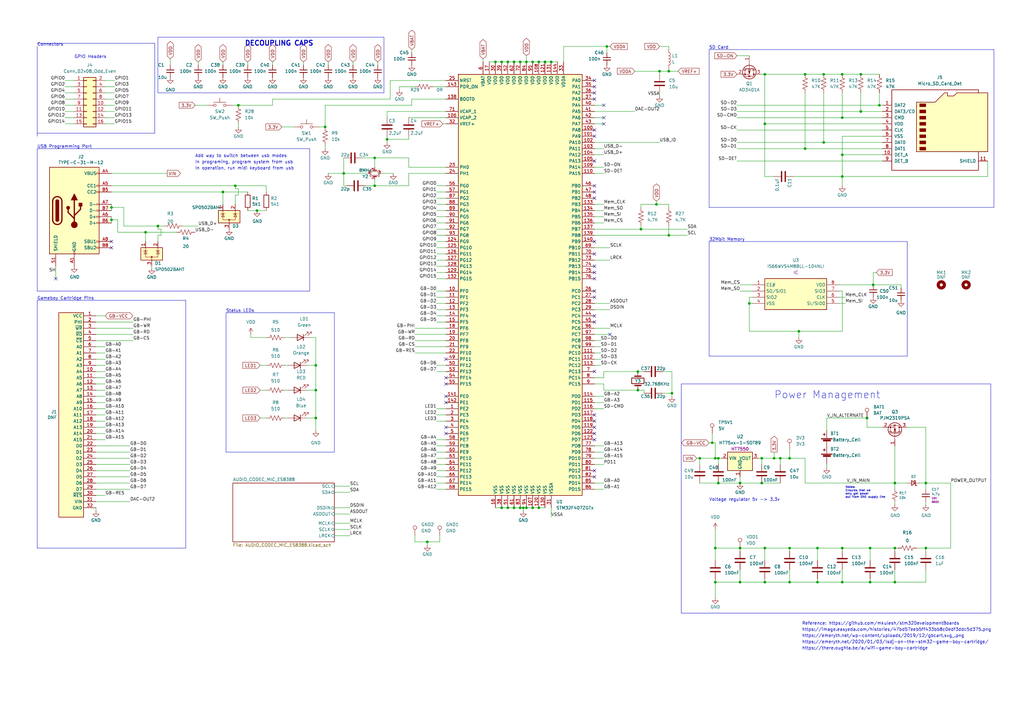
<source format=kicad_sch>
(kicad_sch (version 20230121) (generator eeschema)
  (paper "A3")
  (title_block (title "ICECART-GB") (rev "v5.1") (company "Iceberg Tech LLC.") (comment 1 "https://icebergtech.xyz"))
  (junction (at 327.66 135.89))
  (junction (at 337.82 30.48))
  (junction (at 270.51 29.21))
  (junction (at 313.69 224.79))
  (junction (at 64.77 92.71))
  (junction (at 335.28 238.76))
  (junction (at 313.69 50.8))
  (junction (at 312.42 187.96))
  (junction (at 214.63 208.28))
  (junction (at 274.32 29.21))
  (junction (at 345.44 30.48))
  (junction (at 261.62 160.02))
  (junction (at 275.59 161.29))
  (junction (at 287.02 187.96))
  (junction (at 367.03 198.12))
  (junction (at 96.52 76.2))
  (junction (at 330.2 60.96))
  (junction (at 153.67 64.77))
  (junction (at 140.97 71.12))
  (junction (at 294.64 198.12))
  (junction (at 213.36 208.28))
  (junction (at 210.82 208.28))
  (junction (at 220.98 208.28))
  (junction (at 345.44 63.5))
  (junction (at 303.53 238.76))
  (junction (at 208.28 208.28))
  (junction (at 215.9 208.28))
  (junction (at 59.69 95.25))
  (junction (at 133.35 52.07))
  (junction (at 379.73 198.12))
  (junction (at 226.06 25.4))
  (junction (at 367.03 224.79))
  (junction (at 220.98 25.4))
  (junction (at 213.36 25.4))
  (junction (at 345.44 224.79))
  (junction (at 129.54 171.45))
  (junction (at 313.69 238.76))
  (junction (at 91.44 78.74))
  (junction (at 355.6 171.45))
  (junction (at 208.28 25.4))
  (junction (at 205.74 25.4))
  (junction (at 218.44 25.4))
  (junction (at 203.2 25.4))
  (junction (at 205.74 208.28))
  (junction (at 335.28 224.79))
  (junction (at 337.82 58.42))
  (junction (at 293.37 224.79))
  (junction (at 320.04 187.96))
  (junction (at 303.53 224.79))
  (junction (at 323.85 187.96))
  (junction (at 303.53 198.12))
  (junction (at 360.68 43.18))
  (junction (at 345.44 48.26))
  (junction (at 292.1 181.61))
  (junction (at 312.42 198.12))
  (junction (at 97.79 43.18))
  (junction (at 105.41 86.36))
  (junction (at 367.03 238.76))
  (junction (at 356.87 238.76))
  (junction (at 129.54 149.86))
  (junction (at 353.06 30.48))
  (junction (at 356.87 224.79))
  (junction (at 313.69 30.48))
  (junction (at 345.44 238.76))
  (junction (at 215.9 25.4))
  (junction (at 330.2 30.48))
  (junction (at 358.14 116.84))
  (junction (at 262.89 93.98))
  (junction (at 293.37 187.96))
  (junction (at 248.92 19.05))
  (junction (at 45.72 85.09))
  (junction (at 218.44 208.28))
  (junction (at 345.44 72.39))
  (junction (at 274.32 96.52))
  (junction (at 269.24 83.82))
  (junction (at 353.06 45.72))
  (junction (at 210.82 25.4))
  (junction (at 129.54 160.02))
  (junction (at 317.5 187.96))
  (junction (at 293.37 238.76))
  (junction (at 153.67 76.2))
  (junction (at 294.64 187.96))
  (junction (at 307.34 124.46))
  (junction (at 323.85 224.79))
  (junction (at 379.73 224.79))
  (junction (at 45.72 90.17))
  (junction (at 175.26 222.25))
  (junction (at 223.52 25.4))
  (junction (at 261.62 152.4))
  (junction (at 158.75 57.15))
  (junction (at 323.85 238.76))
  (no_connect (at 243.84 33.02))
  (no_connect (at 243.84 180.34))
  (no_connect (at 243.84 38.1))
  (no_connect (at 22.86 114.3))
  (no_connect (at 45.72 101.6))
  (no_connect (at 243.84 121.92))
  (no_connect (at 250.19 137.16))
  (no_connect (at 182.88 165.1))
  (no_connect (at 243.84 170.18))
  (no_connect (at 243.84 152.4))
  (no_connect (at 243.84 66.04))
  (no_connect (at 243.84 104.14))
  (no_connect (at 243.84 119.38))
  (no_connect (at 243.84 76.2))
  (no_connect (at 243.84 99.06))
  (no_connect (at 243.84 111.76))
  (no_connect (at 243.84 132.08))
  (no_connect (at 182.88 175.26))
  (no_connect (at 247.65 50.8))
  (no_connect (at 182.88 177.8))
  (no_connect (at 182.88 147.32))
  (no_connect (at 247.65 43.18))
  (no_connect (at 243.84 114.3))
  (no_connect (at 243.84 193.04))
  (no_connect (at 182.88 162.56))
  (no_connect (at 243.84 78.74))
  (no_connect (at 182.88 157.48))
  (no_connect (at 243.84 35.56))
  (no_connect (at 243.84 129.54))
  (no_connect (at 182.88 154.94))
  (no_connect (at 247.65 48.26))
  (no_connect (at 243.84 177.8))
  (no_connect (at 243.84 81.28))
  (no_connect (at 243.84 195.58))
  (no_connect (at 243.84 53.34))
  (no_connect (at 243.84 40.64))
  (no_connect (at 243.84 109.22))
  (no_connect (at 243.84 175.26))
  (no_connect (at 45.72 99.06))
  (no_connect (at 243.84 172.72))
  (no_connect (at 243.84 55.88))
  (wire (pts (xy 269.24 82.55) (xy 269.24 83.82)))
  (wire (pts (xy 96.52 77.47) (xy 96.52 76.2)))
  (wire (pts (xy 179.07 170.18) (xy 182.88 170.18)))
  (wire (pts (xy 179.07 124.46) (xy 182.88 124.46)))
  (wire (pts (xy 274.32 83.82) (xy 269.24 83.82)))
  (wire (pts (xy 179.07 93.98) (xy 182.88 93.98)))
  (wire (pts (xy 344.17 121.92) (xy 346.71 121.92)))
  (wire (pts (xy 312.42 198.12) (xy 303.53 198.12)))
  (wire (pts (xy 313.69 30.48) (xy 330.2 30.48)))
  (wire (pts (xy 96.52 80.01) (xy 97.79 80.01)))
  (wire (pts (xy 39.37 137.16) (xy 54.61 137.16)))
  (wire (pts (xy 214.63 209.55) (xy 214.63 208.28)))
  (wire (pts (xy 179.07 190.5) (xy 182.88 190.5)))
  (wire (pts (xy 97.79 77.47) (xy 96.52 77.47)))
  (wire (pts (xy 262.89 92.71) (xy 262.89 93.98)))
  (wire (pts (xy 133.35 59.69) (xy 133.35 60.96)))
  (wire (pts (xy 45.72 90.17) (xy 48.26 90.17)))
  (wire (pts (xy 163.83 35.56) (xy 163.83 36.83)))
  (wire (pts (xy 287.02 187.96) (xy 287.02 190.5)))
  (wire (pts (xy 271.78 152.4) (xy 275.59 152.4)))
  (wire (pts (xy 137.16 199.39) (xy 143.51 199.39)))
  (wire (pts (xy 140.97 76.2) (xy 142.24 76.2)))
  (wire (pts (xy 379.73 175.26) (xy 379.73 198.12)))
  (wire (pts (xy 39.37 132.08) (xy 54.61 132.08)))
  (wire (pts (xy 293.37 181.61) (xy 293.37 187.96)))
  (wire (pts (xy 243.84 144.78) (xy 246.38 144.78)))
  (wire (pts (xy 179.07 132.08) (xy 182.88 132.08)))
  (wire (pts (xy 243.84 127) (xy 250.19 127)))
  (wire (pts (xy 64.77 92.71) (xy 64.77 93.98)))
  (wire (pts (xy 345.44 38.1) (xy 345.44 48.26)))
  (wire (pts (xy 153.67 64.77) (xy 167.64 64.77)))
  (polyline (pts (xy 15.24 60.96) (xy 15.24 119.38)))
  (wire (pts (xy 109.22 76.2) (xy 109.22 78.74)))
  (wire (pts (xy 303.53 233.68) (xy 303.53 238.76)))
  (wire (pts (xy 215.9 25.4) (xy 218.44 25.4)))
  (wire (pts (xy 323.85 187.96) (xy 330.2 187.96)))
  (polyline (pts (xy 290.83 20.32) (xy 407.67 20.32)))
  (wire (pts (xy 243.84 50.8) (xy 247.65 50.8)))
  (wire (pts (xy 337.82 58.42) (xy 361.95 58.42)))
  (wire (pts (xy 330.2 198.12) (xy 367.03 198.12)))
  (wire (pts (xy 345.44 72.39) (xy 345.44 76.2)))
  (wire (pts (xy 339.09 171.45) (xy 355.6 171.45)))
  (wire (pts (xy 167.64 68.58) (xy 182.88 68.58)))
  (wire (pts (xy 39.37 142.24) (xy 43.18 142.24)))
  (wire (pts (xy 317.5 72.39) (xy 313.69 72.39)))
  (wire (pts (xy 312.42 198.12) (xy 320.04 198.12)))
  (wire (pts (xy 158.75 57.15) (xy 167.64 57.15)))
  (wire (pts (xy 179.07 182.88) (xy 182.88 182.88)))
  (wire (pts (xy 250.19 19.05) (xy 248.92 19.05)))
  (wire (pts (xy 247.65 160.02) (xy 261.62 160.02)))
  (polyline (pts (xy 15.24 60.96) (xy 127 60.96)))
  (wire (pts (xy 274.32 19.05) (xy 274.32 20.32)))
  (wire (pts (xy 80.01 43.18) (xy 85.09 43.18)))
  (polyline (pts (xy 407.67 85.09) (xy 290.83 85.09)))
  (wire (pts (xy 59.69 99.06) (xy 59.69 95.25)))
  (wire (pts (xy 179.07 198.12) (xy 182.88 198.12)))
  (wire (pts (xy 39.37 172.72) (xy 43.18 172.72)))
  (wire (pts (xy 344.17 119.38) (xy 345.44 119.38)))
  (wire (pts (xy 243.84 45.72) (xy 260.35 45.72)))
  (wire (pts (xy 45.72 76.2) (xy 96.52 76.2)))
  (wire (pts (xy 243.84 200.66) (xy 247.65 200.66)))
  (wire (pts (xy 213.36 208.28) (xy 214.63 208.28)))
  (wire (pts (xy 375.92 224.79) (xy 379.73 224.79)))
  (wire (pts (xy 125.73 171.45) (xy 129.54 171.45)))
  (wire (pts (xy 158.75 45.72) (xy 182.88 45.72)))
  (polyline (pts (xy 127 119.38) (xy 15.24 119.38)))
  (wire (pts (xy 360.68 38.1) (xy 360.68 43.18)))
  (wire (pts (xy 247.65 152.4) (xy 261.62 152.4)))
  (wire (pts (xy 26.67 38.1) (xy 30.48 38.1)))
  (wire (pts (xy 293.37 224.79) (xy 293.37 229.87)))
  (wire (pts (xy 312.42 187.96) (xy 312.42 190.5)))
  (wire (pts (xy 367.03 205.74) (xy 367.03 207.01)))
  (wire (pts (xy 179.07 78.74) (xy 182.88 78.74)))
  (wire (pts (xy 302.26 53.34) (xy 361.95 53.34)))
  (wire (pts (xy 62.23 109.22) (xy 62.23 109.855)))
  (wire (pts (xy 264.16 161.29) (xy 264.16 160.02)))
  (wire (pts (xy 243.84 96.52) (xy 274.32 96.52)))
  (wire (pts (xy 312.42 187.96) (xy 317.5 187.96)))
  (wire (pts (xy 179.07 83.82) (xy 182.88 83.82)))
  (wire (pts (xy 105.41 86.36) (xy 109.22 86.36)))
  (wire (pts (xy 302.26 66.04) (xy 361.95 66.04)))
  (wire (pts (xy 243.84 43.18) (xy 247.65 43.18)))
  (wire (pts (xy 144.78 26.67) (xy 144.78 25.4)))
  (wire (pts (xy 167.64 57.15) (xy 167.64 55.88)))
  (wire (pts (xy 26.67 50.8) (xy 30.48 50.8)))
  (wire (pts (xy 153.67 76.2) (xy 149.86 76.2)))
  (wire (pts (xy 26.67 48.26) (xy 30.48 48.26)))
  (wire (pts (xy 168.91 20.32) (xy 168.91 21.59)))
  (wire (pts (xy 248.92 19.05) (xy 248.92 21.59)))
  (wire (pts (xy 270.51 29.21) (xy 270.51 30.48)))
  (wire (pts (xy 317.5 185.42) (xy 317.5 187.96)))
  (wire (pts (xy 179.07 121.92) (xy 182.88 121.92)))
  (wire (pts (xy 179.07 101.6) (xy 182.88 101.6)))
  (wire (pts (xy 179.07 193.04) (xy 182.88 193.04)))
  (wire (pts (xy 39.37 160.02) (xy 43.18 160.02)))
  (wire (pts (xy 303.53 116.84) (xy 308.61 116.84)))
  (wire (pts (xy 96.52 76.2) (xy 109.22 76.2)))
  (wire (pts (xy 179.07 76.2) (xy 182.88 76.2)))
  (wire (pts (xy 330.2 187.96) (xy 330.2 198.12)))
  (wire (pts (xy 158.75 57.15) (xy 158.75 58.42)))
  (wire (pts (xy 247.65 190.5) (xy 243.84 190.5)))
  (wire (pts (xy 369.57 116.84) (xy 358.14 116.84)))
  (wire (pts (xy 323.85 238.76) (xy 335.28 238.76)))
  (wire (pts (xy 179.07 127) (xy 182.88 127)))
  (wire (pts (xy 327.66 135.89) (xy 327.66 138.43)))
  (wire (pts (xy 64.77 96.52) (xy 66.04 96.52)))
  (wire (pts (xy 264.16 152.4) (xy 261.62 152.4)))
  (wire (pts (xy 243.84 71.12) (xy 247.65 71.12)))
  (wire (pts (xy 91.44 26.67) (xy 91.44 25.4)))
  (wire (pts (xy 345.44 55.88) (xy 345.44 63.5)))
  (wire (pts (xy 356.87 237.49) (xy 356.87 238.76)))
  (wire (pts (xy 134.62 26.67) (xy 134.62 25.4)))
  (wire (pts (xy 200.66 25.4) (xy 203.2 25.4)))
  (wire (pts (xy 303.53 224.79) (xy 303.53 226.06)))
  (wire (pts (xy 293.37 237.49) (xy 293.37 238.76)))
  (wire (pts (xy 345.44 224.79) (xy 356.87 224.79)))
  (wire (pts (xy 170.18 137.16) (xy 182.88 137.16)))
  (polyline (pts (xy 92.71 128.27) (xy 137.16 128.27)))
  (wire (pts (xy 335.28 224.79) (xy 335.28 229.87)))
  (wire (pts (xy 367.03 198.12) (xy 367.03 200.66)))
  (wire (pts (xy 355.6 171.45) (xy 355.6 175.26)))
  (wire (pts (xy 39.37 139.7) (xy 54.61 139.7)))
  (wire (pts (xy 116.84 171.45) (xy 118.11 171.45)))
  (wire (pts (xy 210.82 25.4) (xy 213.36 25.4)))
  (wire (pts (xy 307.34 124.46) (xy 308.61 124.46)))
  (wire (pts (xy 179.07 195.58) (xy 182.88 195.58)))
  (wire (pts (xy 220.98 208.28) (xy 223.52 208.28)))
  (wire (pts (xy 345.44 63.5) (xy 361.95 63.5)))
  (wire (pts (xy 313.69 30.48) (xy 313.69 50.8)))
  (wire (pts (xy 345.44 30.48) (xy 353.06 30.48)))
  (wire (pts (xy 180.34 222.25) (xy 180.34 219.71)))
  (wire (pts (xy 48.26 90.17) (xy 48.26 95.25)))
  (wire (pts (xy 323.85 184.15) (xy 323.85 187.96)))
  (wire (pts (xy 337.82 38.1) (xy 337.82 58.42)))
  (wire (pts (xy 243.84 198.12) (xy 247.65 198.12)))
  (wire (pts (xy 274.32 85.09) (xy 274.32 83.82)))
  (wire (pts (xy 358.14 111.76) (xy 358.14 116.84)))
  (wire (pts (xy 353.06 30.48) (xy 360.68 30.48)))
  (wire (pts (xy 243.84 157.48) (xy 247.65 157.48)))
  (wire (pts (xy 181.61 50.8) (xy 182.88 50.8)))
  (wire (pts (xy 294.64 198.12) (xy 287.02 198.12)))
  (wire (pts (xy 271.78 161.29) (xy 275.59 161.29)))
  (wire (pts (xy 243.84 162.56) (xy 247.65 162.56)))
  (wire (pts (xy 48.26 95.25) (xy 59.69 95.25)))
  (wire (pts (xy 292.1 181.61) (xy 293.37 181.61)))
  (wire (pts (xy 335.28 238.76) (xy 345.44 238.76)))
  (wire (pts (xy 262.89 93.98) (xy 281.94 93.98)))
  (wire (pts (xy 39.37 187.96) (xy 53.34 187.96)))
  (wire (pts (xy 379.73 175.26) (xy 372.11 175.26)))
  (wire (pts (xy 303.53 238.76) (xy 313.69 238.76)))
  (wire (pts (xy 39.37 165.1) (xy 43.18 165.1)))
  (wire (pts (xy 101.6 26.67) (xy 101.6 25.4)))
  (wire (pts (xy 45.72 85.09) (xy 45.72 83.82)))
  (wire (pts (xy 361.95 55.88) (xy 345.44 55.88)))
  (wire (pts (xy 39.37 167.64) (xy 43.18 167.64)))
  (wire (pts (xy 285.75 187.96) (xy 287.02 187.96)))
  (wire (pts (xy 198.12 24.13) (xy 198.12 25.4)))
  (wire (pts (xy 345.44 48.26) (xy 361.95 48.26)))
  (wire (pts (xy 39.37 144.78) (xy 43.18 144.78)))
  (wire (pts (xy 179.07 81.28) (xy 182.88 81.28)))
  (wire (pts (xy 218.44 208.28) (xy 220.98 208.28)))
  (wire (pts (xy 39.37 129.54) (xy 43.18 129.54)))
  (wire (pts (xy 344.17 116.84) (xy 358.14 116.84)))
  (wire (pts (xy 50.8 85.09) (xy 45.72 85.09)))
  (wire (pts (xy 39.37 154.94) (xy 43.18 154.94)))
  (wire (pts (xy 137.16 201.93) (xy 143.51 201.93)))
  (wire (pts (xy 379.73 233.68) (xy 379.73 238.76)))
  (wire (pts (xy 313.69 224.79) (xy 323.85 224.79)))
  (wire (pts (xy 156.21 71.12) (xy 161.29 71.12)))
  (wire (pts (xy 243.84 83.82) (xy 247.65 83.82)))
  (wire (pts (xy 101.6 78.74) (xy 91.44 78.74)))
  (wire (pts (xy 270.51 19.05) (xy 274.32 19.05)))
  (wire (pts (xy 243.84 147.32) (xy 246.38 147.32)))
  (wire (pts (xy 243.84 124.46) (xy 250.19 124.46)))
  (wire (pts (xy 39.37 147.32) (xy 43.18 147.32)))
  (wire (pts (xy 43.18 48.26) (xy 46.99 48.26)))
  (wire (pts (xy 313.69 238.76) (xy 323.85 238.76)))
  (wire (pts (xy 203.2 25.4) (xy 205.74 25.4)))
  (wire (pts (xy 43.18 50.8) (xy 46.99 50.8)))
  (wire (pts (xy 39.37 208.28) (xy 39.37 209.55)))
  (wire (pts (xy 81.28 92.71) (xy 74.93 92.71)))
  (polyline (pts (xy 15.24 19.05) (xy 15.24 55.88)))
  (wire (pts (xy 226.06 25.4) (xy 228.6 25.4)))
  (wire (pts (xy 243.84 134.62) (xy 250.19 134.62)))
  (wire (pts (xy 243.84 149.86) (xy 246.38 149.86)))
  (wire (pts (xy 43.18 35.56) (xy 46.99 35.56)))
  (wire (pts (xy 205.74 25.4) (xy 208.28 25.4)))
  (wire (pts (xy 64.77 99.06) (xy 64.77 96.52)))
  (wire (pts (xy 405.13 72.39) (xy 345.44 72.39)))
  (polyline (pts (xy 15.24 54.61) (xy 63.5 54.61)))
  (wire (pts (xy 243.84 182.88) (xy 247.65 182.88)))
  (wire (pts (xy 339.09 171.45) (xy 339.09 176.53)))
  (wire (pts (xy 345.44 233.68) (xy 345.44 238.76)))
  (wire (pts (xy 339.09 190.5) (xy 339.09 191.77)))
  (wire (pts (xy 243.84 68.58) (xy 247.65 68.58)))
  (polyline (pts (xy 92.71 185.42) (xy 92.71 128.27)))
  (wire (pts (xy 167.64 71.12) (xy 167.64 76.2)))
  (wire (pts (xy 379.73 224.79) (xy 389.89 224.79)))
  (wire (pts (xy 39.37 185.42) (xy 53.34 185.42)))
  (wire (pts (xy 356.87 224.79) (xy 356.87 229.87)))
  (wire (pts (xy 39.37 134.62) (xy 54.61 134.62)))
  (polyline (pts (xy 15.24 123.19) (xy 15.24 224.79)))
  (wire (pts (xy 140.97 71.12) (xy 151.13 71.12)))
  (wire (pts (xy 179.07 119.38) (xy 182.88 119.38)))
  (wire (pts (xy 307.34 121.92) (xy 307.34 124.46)))
  (wire (pts (xy 307.34 124.46) (xy 307.34 135.89)))
  (wire (pts (xy 179.07 172.72) (xy 182.88 172.72)))
  (wire (pts (xy 243.84 101.6) (xy 250.19 101.6)))
  (wire (pts (xy 215.9 22.86) (xy 215.9 25.4)))
  (wire (pts (xy 325.12 72.39) (xy 345.44 72.39)))
  (polyline (pts (xy 290.83 99.06) (xy 372.11 99.06)))
  (wire (pts (xy 45.72 86.36) (xy 45.72 85.09)))
  (wire (pts (xy 45.72 71.12) (xy 68.58 71.12)))
  (wire (pts (xy 167.64 48.26) (xy 182.88 48.26)))
  (polyline (pts (xy 290.83 20.32) (xy 290.83 85.09)))
  (wire (pts (xy 111.76 26.67) (xy 111.76 25.4)))
  (wire (pts (xy 379.73 200.66) (xy 379.73 198.12)))
  (wire (pts (xy 292.1 177.8) (xy 292.1 181.61)))
  (wire (pts (xy 66.04 96.52) (xy 66.04 93.98)))
  (wire (pts (xy 45.72 90.17) (xy 45.72 91.44)))
  (wire (pts (xy 140.97 64.77) (xy 140.97 71.12)))
  (wire (pts (xy 137.16 219.71) (xy 143.51 219.71)))
  (wire (pts (xy 313.69 72.39) (xy 313.69 50.8)))
  (wire (pts (xy 179.07 99.06) (xy 182.88 99.06)))
  (wire (pts (xy 302.26 45.72) (xy 353.06 45.72)))
  (wire (pts (xy 168.91 40.64) (xy 182.88 40.64)))
  (wire (pts (xy 137.16 208.28) (xy 143.51 208.28)))
  (wire (pts (xy 67.31 92.71) (xy 64.77 92.71)))
  (polyline (pts (xy 372.11 146.05) (xy 372.11 99.06)))
  (polyline (pts (xy 76.2 224.79) (xy 76.2 123.19)))
  (wire (pts (xy 179.07 200.66) (xy 182.88 200.66)))
  (wire (pts (xy 317.5 187.96) (xy 320.04 187.96)))
  (wire (pts (xy 124.46 26.67) (xy 124.46 25.4)))
  (wire (pts (xy 269.24 83.82) (xy 262.89 83.82)))
  (wire (pts (xy 290.83 181.61) (xy 292.1 181.61)))
  (wire (pts (xy 106.68 160.02) (xy 109.22 160.02)))
  (wire (pts (xy 179.07 152.4) (xy 182.88 152.4)))
  (wire (pts (xy 247.65 152.4) (xy 247.65 154.94)))
  (wire (pts (xy 167.64 64.77) (xy 167.64 68.58)))
  (wire (pts (xy 302.26 48.26) (xy 345.44 48.26)))
  (wire (pts (xy 160.02 33.02) (xy 160.02 40.64)))
  (wire (pts (xy 339.09 184.15) (xy 339.09 182.88)))
  (wire (pts (xy 320.04 190.5) (xy 320.04 187.96)))
  (wire (pts (xy 303.53 195.58) (xy 303.53 198.12)))
  (wire (pts (xy 129.54 160.02) (xy 129.54 171.45)))
  (wire (pts (xy 125.73 149.86) (xy 129.54 149.86)))
  (wire (pts (xy 243.84 139.7) (xy 246.38 139.7)))
  (wire (pts (xy 153.67 76.2) (xy 153.67 73.66)))
  (wire (pts (xy 243.84 91.44) (xy 247.65 91.44)))
  (wire (pts (xy 179.07 111.76) (xy 182.88 111.76)))
  (wire (pts (xy 337.82 30.48) (xy 345.44 30.48)))
  (wire (pts (xy 170.18 139.7) (xy 182.88 139.7)))
  (wire (pts (xy 303.53 119.38) (xy 308.61 119.38)))
  (wire (pts (xy 153.67 64.77) (xy 153.67 68.58)))
  (wire (pts (xy 26.67 35.56) (xy 30.48 35.56)))
  (wire (pts (xy 243.84 142.24) (xy 246.38 142.24)))
  (wire (pts (xy 208.28 25.4) (xy 210.82 25.4)))
  (wire (pts (xy 148.59 64.77) (xy 153.67 64.77)))
  (wire (pts (xy 97.79 80.01) (xy 97.79 77.47)))
  (wire (pts (xy 367.03 198.12) (xy 372.11 198.12)))
  (wire (pts (xy 302.26 60.96) (xy 330.2 60.96)))
  (wire (pts (xy 26.67 33.02) (xy 30.48 33.02)))
  (wire (pts (xy 170.18 142.24) (xy 182.88 142.24)))
  (wire (pts (xy 275.59 161.29) (xy 275.59 162.56)))
  (wire (pts (xy 243.84 187.96) (xy 247.65 187.96)))
  (wire (pts (xy 64.77 92.71) (xy 50.8 92.71)))
  (wire (pts (xy 39.37 198.12) (xy 53.34 198.12)))
  (wire (pts (xy 344.17 124.46) (xy 346.71 124.46)))
  (wire (pts (xy 116.84 138.43) (xy 119.38 138.43)))
  (wire (pts (xy 43.18 45.72) (xy 46.99 45.72)))
  (wire (pts (xy 39.37 157.48) (xy 43.18 157.48)))
  (wire (pts (xy 389.89 224.79) (xy 389.89 198.12)))
  (wire (pts (xy 179.07 149.86) (xy 182.88 149.86)))
  (wire (pts (xy 356.87 238.76) (xy 367.03 238.76)))
  (wire (pts (xy 355.6 175.26) (xy 361.95 175.26)))
  (wire (pts (xy 39.37 190.5) (xy 53.34 190.5)))
  (polyline (pts (xy 15.24 17.78) (xy 63.5 17.78)))
  (wire (pts (xy 96.52 83.82) (xy 96.52 80.01)))
  (polyline (pts (xy 137.16 128.27) (xy 137.16 185.42)))
  (wire (pts (xy 179.07 104.14) (xy 182.88 104.14)))
  (wire (pts (xy 323.85 233.68) (xy 323.85 238.76)))
  (wire (pts (xy 243.84 63.5) (xy 247.65 63.5)))
  (wire (pts (xy 313.69 50.8) (xy 361.95 50.8)))
  (wire (pts (xy 243.84 58.42) (xy 270.51 58.42)))
  (wire (pts (xy 170.18 222.25) (xy 175.26 222.25)))
  (wire (pts (xy 134.62 71.12) (xy 140.97 71.12)))
  (wire (pts (xy 243.84 165.1) (xy 247.65 165.1)))
  (wire (pts (xy 379.73 207.01) (xy 379.73 205.74)))
  (wire (pts (xy 179.07 167.64) (xy 182.88 167.64)))
  (wire (pts (xy 243.84 88.9) (xy 247.65 88.9)))
  (wire (pts (xy 43.18 38.1) (xy 46.99 38.1)))
  (wire (pts (xy 26.67 40.64) (xy 30.48 40.64)))
  (wire (pts (xy 345.44 135.89) (xy 327.66 135.89)))
  (wire (pts (xy 330.2 38.1) (xy 330.2 60.96)))
  (wire (pts (xy 102.87 138.43) (xy 109.22 138.43)))
  (wire (pts (xy 97.79 43.18) (xy 111.76 43.18)))
  (wire (pts (xy 39.37 203.2) (xy 43.18 203.2)))
  (wire (pts (xy 39.37 193.04) (xy 53.34 193.04)))
  (wire (pts (xy 179.07 129.54) (xy 182.88 129.54)))
  (wire (pts (xy 218.44 25.4) (xy 220.98 25.4)))
  (wire (pts (xy 274.32 92.71) (xy 274.32 96.52)))
  (wire (pts (xy 179.07 91.44) (xy 182.88 91.44)))
  (wire (pts (xy 345.44 63.5) (xy 345.44 72.39)))
  (wire (pts (xy 81.28 26.67) (xy 81.28 25.4)))
  (wire (pts (xy 367.03 182.88) (xy 367.03 198.12)))
  (wire (pts (xy 294.64 187.96) (xy 294.64 190.5)))
  (polyline (pts (xy 290.83 99.06) (xy 290.83 146.05)))
  (wire (pts (xy 367.03 226.06) (xy 367.03 224.79)))
  (wire (pts (xy 302.26 43.18) (xy 360.68 43.18)))
  (wire (pts (xy 231.14 19.05) (xy 248.92 19.05)))
  (wire (pts (xy 170.18 35.56) (xy 163.83 35.56)))
  (wire (pts (xy 303.53 224.79) (xy 313.69 224.79)))
  (wire (pts (xy 302.26 58.42) (xy 337.82 58.42)))
  (wire (pts (xy 369.57 118.11) (xy 369.57 116.84)))
  (wire (pts (xy 179.07 109.22) (xy 182.88 109.22)))
  (wire (pts (xy 39.37 195.58) (xy 53.34 195.58)))
  (wire (pts (xy 367.03 224.79) (xy 368.3 224.79)))
  (wire (pts (xy 39.37 170.18) (xy 43.18 170.18)))
  (wire (pts (xy 182.88 35.56) (xy 177.8 35.56)))
  (wire (pts (xy 137.16 214.63) (xy 143.51 214.63)))
  (wire (pts (xy 69.85 24.13) (xy 69.85 26.67)))
  (wire (pts (xy 39.37 200.66) (xy 53.34 200.66)))
  (wire (pts (xy 179.07 88.9) (xy 182.88 88.9)))
  (wire (pts (xy 129.54 171.45) (xy 129.54 176.53)))
  (wire (pts (xy 59.69 95.25) (xy 72.39 95.25)))
  (wire (pts (xy 179.07 86.36) (xy 182.88 86.36)))
  (wire (pts (xy 137.16 210.82) (xy 143.51 210.82)))
  (wire (pts (xy 137.16 217.17) (xy 143.51 217.17)))
  (wire (pts (xy 66.04 93.98) (xy 64.77 93.98)))
  (wire (pts (xy 203.2 208.28) (xy 205.74 208.28)))
  (wire (pts (xy 358.14 111.76) (xy 359.41 111.76)))
  (wire (pts (xy 133.35 43.18) (xy 133.35 52.07)))
  (wire (pts (xy 43.18 33.02) (xy 46.99 33.02)))
  (wire (pts (xy 45.72 88.9) (xy 45.72 90.17)))
  (wire (pts (xy 270.51 38.1) (xy 270.51 39.37)))
  (wire (pts (xy 405.13 66.04) (xy 405.13 72.39)))
  (wire (pts (xy 109.22 171.45) (xy 106.68 171.45)))
  (wire (pts (xy 247.65 154.94) (xy 243.84 154.94)))
  (wire (pts (xy 231.14 19.05) (xy 231.14 25.4)))
  (polyline (pts (xy 290.83 146.05) (xy 372.11 146.05)))
  (wire (pts (xy 111.76 43.18) (xy 111.76 40.64)))
  (wire (pts (xy 129.54 149.86) (xy 129.54 160.02)))
  (wire (pts (xy 293.37 238.76) (xy 303.53 238.76)))
  (wire (pts (xy 307.34 135.89) (xy 327.66 135.89)))
  (wire (pts (xy 160.02 33.02) (xy 182.88 33.02)))
  (wire (pts (xy 274.32 27.94) (xy 274.32 29.21)))
  (wire (pts (xy 214.63 208.28) (xy 215.9 208.28)))
  (wire (pts (xy 130.81 52.07) (xy 133.35 52.07)))
  (polyline (pts (xy 407.67 20.32) (xy 407.67 85.09)))
  (wire (pts (xy 262.89 83.82) (xy 262.89 85.09)))
  (wire (pts (xy 175.26 222.25) (xy 180.34 222.25)))
  (wire (pts (xy 323.85 224.79) (xy 323.85 226.06)))
  (wire (pts (xy 335.28 224.79) (xy 345.44 224.79)))
  (wire (pts (xy 154.94 26.67) (xy 154.94 25.4)))
  (wire (pts (xy 312.42 30.48) (xy 313.69 30.48)))
  (wire (pts (xy 313.69 237.49) (xy 313.69 238.76)))
  (wire (pts (xy 39.37 182.88) (xy 53.34 182.88)))
  (wire (pts (xy 302.26 22.86) (xy 307.34 22.86)))
  (wire (pts (xy 243.84 60.96) (xy 247.65 60.96)))
  (wire (pts (xy 170.18 219.71) (xy 170.18 222.25)))
  (polyline (pts (xy 137.16 185.42) (xy 92.71 185.42)))
  (wire (pts (xy 182.88 71.12) (xy 167.64 71.12)))
  (polyline (pts (xy 15.24 224.79) (xy 76.2 224.79)))
  (wire (pts (xy 158.75 48.26) (xy 158.75 45.72)))
  (wire (pts (xy 307.34 121.92) (xy 308.61 121.92)))
  (wire (pts (xy 97.79 50.8) (xy 97.79 52.07)))
  (wire (pts (xy 39.37 205.74) (xy 53.34 205.74)))
  (wire (pts (xy 293.37 238.76) (xy 293.37 245.11)))
  (wire (pts (xy 140.97 71.12) (xy 140.97 76.2)))
  (wire (pts (xy 360.68 43.18) (xy 361.95 43.18)))
  (wire (pts (xy 215.9 208.28) (xy 218.44 208.28)))
  (wire (pts (xy 168.91 43.18) (xy 168.91 40.64)))
  (wire (pts (xy 170.18 144.78) (xy 182.88 144.78)))
  (wire (pts (xy 330.2 30.48) (xy 337.82 30.48)))
  (wire (pts (xy 243.84 137.16) (xy 250.19 137.16)))
  (wire (pts (xy 243.84 185.42) (xy 247.65 185.42)))
  (wire (pts (xy 320.04 187.96) (xy 323.85 187.96)))
  (wire (pts (xy 39.37 162.56) (xy 43.18 162.56)))
  (wire (pts (xy 208.28 208.28) (xy 210.82 208.28)))
  (wire (pts (xy 210.82 208.28) (xy 213.36 208.28)))
  (wire (pts (xy 213.36 25.4) (xy 215.9 25.4)))
  (wire (pts (xy 345.44 119.38) (xy 345.44 135.89)))
  (wire (pts (xy 168.91 43.18) (xy 133.35 43.18)))
  (wire (pts (xy 294.64 187.96) (xy 295.91 187.96)))
  (wire (pts (xy 293.37 224.79) (xy 303.53 224.79)))
  (wire (pts (xy 102.87 138.43) (xy 102.87 137.16)))
  (wire (pts (xy 179.07 106.68) (xy 182.88 106.68)))
  (wire (pts (xy 294.64 198.12) (xy 303.53 198.12)))
  (wire (pts (xy 226.06 208.28) (xy 226.06 212.09)))
  (wire (pts (xy 270.51 29.21) (xy 274.32 29.21)))
  (wire (pts (xy 116.84 149.86) (xy 118.11 149.86)))
  (wire (pts (xy 353.06 38.1) (xy 353.06 45.72)))
  (wire (pts (xy 26.67 43.18) (xy 30.48 43.18)))
  (wire (pts (xy 50.8 92.71) (xy 50.8 85.09)))
  (wire (pts (xy 115.57 52.07) (xy 120.65 52.07)))
  (wire (pts (xy 275.59 152.4) (xy 275.59 161.29)))
  (wire (pts (xy 367.03 238.76) (xy 379.73 238.76)))
  (wire (pts (xy 353.06 45.72) (xy 361.95 45.72)))
  (wire (pts (xy 243.84 106.68) (xy 250.19 106.68)))
  (wire (pts (xy 39.37 149.86) (xy 43.18 149.86)))
  (wire (pts (xy 153.67 76.2) (xy 167.64 76.2)))
  (polyline (pts (xy 63.5 54.61) (xy 63.5 17.78)))
  (wire (pts (xy 179.07 187.96) (xy 182.88 187.96)))
  (wire (pts (xy 111.76 40.64) (xy 160.02 40.64)))
  (wire (pts (xy 345.44 224.79) (xy 345.44 226.06)))
  (wire (pts (xy 39.37 152.4) (xy 43.18 152.4)))
  (wire (pts (xy 129.54 138.43) (xy 129.54 149.86)))
  (wire (pts (xy 367.03 233.68) (xy 367.03 238.76)))
  (wire (pts (xy 175.26 222.25) (xy 175.26 223.52)))
  (wire (pts (xy 101.6 86.36) (xy 105.41 86.36)))
  (wire (pts (xy 26.67 45.72) (xy 30.48 45.72)))
  (wire (pts (xy 311.15 187.96) (xy 312.42 187.96)))
  (wire (pts (xy 379.73 198.12) (xy 389.89 198.12)))
  (wire (pts (xy 39.37 175.26) (xy 43.18 175.26)))
  (wire (pts (xy 313.69 224.79) (xy 313.69 229.87)))
  (wire (pts (xy 335.28 237.49) (xy 335.28 238.76)))
  (wire (pts (xy 91.44 78.74) (xy 45.72 78.74)))
  (wire (pts (xy 260.35 29.21) (xy 270.51 29.21)))
  (wire (pts (xy 356.87 224.79) (xy 367.03 224.79)))
  (wire (pts (xy 116.84 160.02) (xy 118.11 160.02)))
  (wire (pts (xy 223.52 25.4) (xy 226.06 25.4)))
  (wire (pts (xy 43.18 40.64) (xy 46.99 40.64)))
  (wire (pts (xy 379.73 226.06) (xy 379.73 224.79)))
  (wire (pts (xy 274.32 29.21) (xy 278.13 29.21)))
  (wire (pts (xy 247.65 157.48) (xy 247.65 160.02)))
  (polyline (pts (xy 76.2 123.19) (xy 15.24 123.19)))
  (wire (pts (xy 345.44 238.76) (xy 356.87 238.76)))
  (wire (pts (xy 125.73 160.02) (xy 129.54 160.02)))
  (wire (pts (xy 220.98 25.4) (xy 223.52 25.4)))
  (wire (pts (xy 106.68 149.86) (xy 109.22 149.86)))
  (wire (pts (xy 95.25 43.18) (xy 97.79 43.18)))
  (wire (pts (xy 179.07 96.52) (xy 182.88 96.52)))
  (wire (pts (xy 22.86 109.22) (xy 22.86 114.3)))
  (wire (pts (xy 274.32 96.52) (xy 281.94 96.52)))
  (wire (pts (xy 293.37 187.96) (xy 294.64 187.96)))
  (wire (pts (xy 129.54 138.43) (xy 127 138.43)))
  (wire (pts (xy 243.84 93.98) (xy 262.89 93.98)))
  (wire (pts (xy 264.16 160.02) (xy 261.62 160.02)))
  (wire (pts (xy 287.02 187.96) (xy 293.37 187.96)))
  (polyline (pts (xy 127 60.96) (xy 127 119.38)))
  (wire (pts (xy 91.44 78.74) (xy 91.44 83.82)))
  (wire (pts (xy 330.2 60.96) (xy 361.95 60.96)))
  (wire (pts (xy 43.18 43.18) (xy 46.99 43.18)))
  (wire (pts (xy 205.74 208.28) (xy 208.28 208.28)))
  (wire (pts (xy 243.84 48.26) (xy 247.65 48.26)))
  (wire (pts (xy 39.37 180.34) (xy 43.18 180.34)))
  (wire (pts (xy 243.84 167.64) (xy 247.65 167.64)))
  (wire (pts (xy 377.19 198.12) (xy 379.73 198.12)))
  (wire (pts (xy 179.07 185.42) (xy 182.88 185.42)))
  (wire (pts (xy 293.37 217.17) (xy 293.37 224.79)))
  (wire (pts (xy 158.75 55.88) (xy 158.75 57.15)))
  (wire (pts (xy 39.37 177.8) (xy 43.18 177.8)))
  (wire (pts (xy 323.85 224.79) (xy 335.28 224.79)))
  (wire (pts (xy 243.84 86.36) (xy 247.65 86.36)))
  (wire (pts (xy 179.07 180.34) (xy 182.88 180.34)))
  (wire (pts (xy 170.18 134.62) (xy 182.88 134.62)))
  (wire (pts (xy 179.07 114.3) (xy 182.88 114.3)))
  (rectangle (start 64.77 15.24) (end 157.48 38.1))
  (rectangle (start 279.4 157.48) (end 406.4 251.46))
  (text "USB Programming Port" (at 15.24 60.96 0) (effects (font (size 1.27 1.27)) (justify left bottom)))
  (text "SD Card" (at 290.83 20.32 0) (effects (font (size 1.27 1.27)) (justify left bottom)))
  (text "Notes:\nEnsures that we\nonly get power\nout from ONE supply line" (at 346.71 204.47 0) (effects (font (size 0.8382 0.8382)) (justify left bottom)))
  (text "Reference: https://github.com/mkulesh/stm32DevelopmentBoards" (at 328.93 256.54 0) (effects (font (size 1.27 1.27)) (justify left bottom)))
  (text "https://image.easyeda.com/histories/47bd57eeb5ff433bb8c0edf3ddc5d375.png" (at 328.93 259.08 0) (effects (font (size 1.27 1.27)) (justify left bottom)))
  (text "Connectors" (at 15.24 19.05 0) (effects (font (size 1.27 1.27)) (justify left bottom)))
  (text "https://there.oughta.be/a/wifi-game-boy-cartridge" (at 328.93 266.7 0) (effects (font (size 1.27 1.27)) (justify left bottom)))
  (text "Add way to switch between usb modes" (at 80.01 64.77 0) (effects (font (size 1.27 1.27)) (justify left bottom)))
  (text "32Mbit Memory" (at 290.83 99.06 0) (effects (font (size 1.27 1.27)) (justify left bottom)))
  (text "GPIO Headers" (at 30.48 24.13 0) (effects (font (size 1.27 1.27)) (justify left bottom)))
  (text "Status LEDs" (at 92.71 128.27 0) (effects (font (size 1.27 1.27)) (justify left bottom)))
  (text "In operation, run midi keyboard from usb" (at 80.01 69.85 0) (effects (font (size 1.27 1.27)) (justify left bottom)))
  (text "In programing, program system from usb" (at 80.01 67.31 0) (effects (font (size 1.27 1.27)) (justify left bottom)))
  (text "Power Management" (at 317.5 163.83 0) (effects (font (size 3 3)) (justify left bottom)))
  (text "https://emeryth.net/wp-content/uploads/2019/12/gbcart.svg_.png" (at 328.93 261.62 0) (effects (font (size 1.27 1.27)) (justify left bottom)))
  (text "Gameboy Cartridge Pins" (at 15.24 123.19 0) (effects (font (size 1.27 1.27)) (justify left bottom)))
  (text "DECOUPLING CAPS" (at 100.33 19.05 0) (effects (font (size 2 2) bold) (justify left bottom)))
  (text "https://emeryth.net/2020/01/03/lsdj-on-the-stm32-game-boy-cartridge/" (at 328.93 264.16 0) (effects (font (size 1.27 1.27)) (justify left bottom)))
  (text "Voltage regulator 5v -> 3.3v" (at 290.83 205.74 0) (effects (font (size 1.27 1.27)) (justify left bottom)))
  (label "GB-D7" (at 53.34 200.66 0))
  (label "Mem_SI" (at 346.71 124.46 0))
  (label "USB_D-" (at 80.01 95.25 0))
  (label "GPIO5" (at 179.07 88.9 180))
  (label "GB-A14" (at 247.65 185.42 0))
  (label "GB-A0" (at 43.18 142.24 0))
  (label "GPIO2" (at 179.07 81.28 180))
  (label "SD-D1" (at 302.26 60.96 180))
  (label "GB-A11" (at 43.18 170.18 0))
  (label "GB-A7" (at 179.07 187.96 180))
  (label "GB-A4" (at 43.18 152.4 0))
  (label "GPIO9" (at 46.99 43.18 0))
  (label "SD-DET" (at 247.65 71.12 0))
  (label "GPIO8" (at 179.07 96.52 180))
  (label "GPIO3" (at 179.07 83.82 180))
  (label "PD11" (at 247.65 190.5 0))
  (label "GB-A7" (at 43.18 160.02 0))
  (label "VSSA" (at 226.06 212.09 0))
  (label "GPIO7" (at 46.99 40.64 0))
  (label "GPIO8" (at 26.67 43.18 180))
  (label "GB-A15" (at 247.65 187.96 0))
  (label "GB-RD" (at 170.18 139.7 180))
  (label "USB_D+" (at 81.28 92.71 0))
  (label "DAC-OUT2" (at 53.34 205.74 0))
  (label "Mem_SO" (at 303.53 119.38 180))
  (label "GB-CS" (at 54.61 139.7 0))
  (label "GPIO4" (at 26.67 38.1 180))
  (label "GB-RES" (at 170.18 144.78 180))
  (label "GPIO13" (at 179.07 109.22 180))
  (label "SCLK" (at 143.51 217.17 0))
  (label "Mem_CLK" (at 247.65 83.82 0))
  (label "GPIO7" (at 179.07 93.98 180))
  (label "LED1" (at 179.07 167.64 180))
  (label "Mem_CS" (at 247.65 91.44 0))
  (label "GPIO14" (at 179.07 111.76 180))
  (label "GB-RD" (at 54.61 137.16 0))
  (label "GB-D5" (at 53.34 195.58 0))
  (label "ASDOUT" (at 250.19 124.46 0))
  (label "VSSA" (at 270.51 39.37 180))
  (label "GB-D1" (at 53.34 185.42 0))
  (label "SD-D2" (at 246.38 144.78 0))
  (label "GB-D4" (at 53.34 193.04 0))
  (label "SD-ON" (at 247.65 68.58 0))
  (label "DSDIN" (at 143.51 208.28 0))
  (label "V_IN_MAIN" (at 356.87 198.12 180))
  (label "GB-WR" (at 54.61 134.62 0))
  (label "GB-D3" (at 53.34 190.5 0))
  (label "GB-A3" (at 43.18 149.86 0))
  (label "GB-PHI" (at 54.61 132.08 0))
  (label "DSDIN" (at 250.19 127 0))
  (label "GB-A4" (at 179.07 180.34 180))
  (label "GB-A10" (at 179.07 195.58 180))
  (label "GPIO9" (at 179.07 99.06 180))
  (label "GB-RES" (at 43.18 203.2 0))
  (label "GB-D1" (at 179.07 121.92 180))
  (label "GPIO11" (at 46.99 45.72 0))
  (label "V_IN_ALTERNATE" (at 354.33 171.45 180))
  (label "GB-A12" (at 179.07 200.66 180))
  (label "GB-A1" (at 247.65 200.66 0))
  (label "SD-DET" (at 302.26 66.04 180))
  (label "GB-A13" (at 247.65 182.88 0))
  (label "SH" (at 22.86 111.76 180))
  (label "SCL" (at 281.94 96.52 0))
  (label "GB-A13" (at 43.18 175.26 0))
  (label "GB-D2" (at 179.07 124.46 180))
  (label "SD-D2" (at 302.26 43.18 180))
  (label "SD-CMD" (at 302.26 48.26 180))
  (label "MCLK" (at 143.51 214.63 0))
  (label "POWER_OUTPUT" (at 389.89 198.12 0))
  (label "SDA" (at 281.94 93.98 0))
  (label "LED2" (at 179.07 170.18 180))
  (label "Mem_CLK" (at 346.71 121.92 0))
  (label "USB_ID" (at 270.51 58.42 0))
  (label "ASDOUT" (at 143.51 210.82 0))
  (label "GPIO6" (at 179.07 91.44 180))
  (label "GPIO13" (at 46.99 48.26 0))
  (label "GB-A12" (at 43.18 172.72 0))
  (label "GPIO3" (at 46.99 35.56 0))
  (label "GB-A0" (at 247.65 198.12 0))
  (label "GPIO14" (at 26.67 50.8 180))
  (label "GB-A11" (at 179.07 198.12 180))
  (label "GPIO12" (at 179.07 106.68 180))
  (label "GB-A2" (at 43.18 147.32 0))
  (label "GB-D2" (at 53.34 187.96 0))
  (label "GB-D6" (at 179.07 149.86 180))
  (label "GB-D7" (at 179.07 152.4 180))
  (label "USB_D-" (at 247.65 60.96 0))
  (label "DAC-OUT2" (at 260.35 45.72 0))
  (label "GPIO6" (at 26.67 40.64 180))
  (label "SD-CK" (at 246.38 149.86 0))
  (label "GB-A9" (at 179.07 193.04 180))
  (label "GB-WR" (at 170.18 137.16 180))
  (label "GPIO11" (at 179.07 104.14 180))
  (label "SD-D0" (at 246.38 139.7 0))
  (label "GB-D0" (at 179.07 119.38 180))
  (label "GPIO15" (at 179.07 114.3 180))
  (label "Mem_SI" (at 247.65 88.9 0))
  (label "MCLK" (at 250.19 134.62 0))
  (label "LED3" (at 179.07 172.72 180))
  (label "GB-A14" (at 43.18 177.8 0))
  (label "GPIO2" (at 26.67 35.56 180))
  (label "SD-D3" (at 302.26 45.72 180))
  (label "GB-D5" (at 179.07 132.08 180))
  (label "GPIO0" (at 26.67 33.02 180))
  (label "LRCK" (at 250.19 106.68 0))
  (label "GB-PHI" (at 170.18 134.62 180))
  (label "GB-A1" (at 43.18 144.78 0))
  (label "GB-A8" (at 179.07 190.5 180))
  (label "SD-D1" (at 246.38 142.24 0))
  (label "GB-A5" (at 43.18 154.94 0))
  (label "GB-A6" (at 43.18 157.48 0))
  (label "SCL" (at 143.51 199.39 0))
  (label "SD-D0" (at 302.26 58.42 180))
  (label "GB-A10" (at 43.18 167.64 0))
  (label "GPIO5" (at 46.99 38.1 0))
  (label "GB-A2" (at 247.65 162.56 0))
  (label "GPIO4" (at 179.07 86.36 180))
  (label "GB-A9" (at 43.18 165.1 0))
  (label "Mem_CS" (at 303.53 116.84 180))
  (label "GPIO1" (at 46.99 33.02 0))
  (label "GB-D4" (at 179.07 129.54 180))
  (label "Mem_SO" (at 247.65 86.36 0))
  (label "SD-CMD" (at 247.65 167.64 0))
  (label "SD-CK" (at 302.26 53.34 180))
  (label "GPIO15" (at 46.99 50.8 0))
  (label "GB-A15" (at 43.18 180.34 0))
  (label "GB-A8" (at 43.18 162.56 0))
  (label "SCLK" (at 250.19 101.6 0))
  (label "SD-D3" (at 246.38 147.32 0))
  (label "GPIO1" (at 179.07 78.74 180))
  (label "GPIO12" (at 26.67 48.26 180))
  (label "GB-D6" (at 53.34 198.12 0))
  (label "GB-D0" (at 53.34 182.88 0))
  (label "USB_D+" (at 247.65 63.5 0))
  (label "GB-CS" (at 170.18 142.24 180))
  (label "GPIO0" (at 179.07 76.2 180))
  (label "LRCK" (at 143.51 219.71 0))
  (label "GB-D3" (at 179.07 127 180))
  (label "GPIO10" (at 179.07 101.6 180))
  (label "GPIO10" (at 26.67 45.72 180))
  (label "SDA" (at 143.51 201.93 0))
  (label "GB-A5" (at 179.07 182.88 180))
  (label "GB-A3" (at 247.65 165.1 0))
  (label "GB-A6" (at 179.07 185.42 180))
  (global_label "LED2" (shape input) (at 106.68 160.02 180) (property "Intersheetrefs" "${INTERSHEET_REFS}" (effects hide)))
  (global_label "VDD" (shape bidirectional) (at 144.78 25.4 90) (property "Intersheetrefs" "${INTERSHEET_REFS}" (effects hide)))
  (global_label "VDD" (shape bidirectional) (at 91.44 25.4 90) (property "Intersheetrefs" "${INTERSHEET_REFS}" (effects hide)))
  (global_label "VDDA" (shape input) (at 260.35 29.21 180) (property "Intersheetrefs" "${INTERSHEET_REFS}" (effects hide)))
  (global_label "VBAT" (shape bidirectional) (at 198.12 24.13 90) (property "Intersheetrefs" "${INTERSHEET_REFS}" (effects hide)))
  (global_label "VIN" (shape input) (at 285.75 187.96 180) (property "Intersheetrefs" "${INTERSHEET_REFS}" (effects hide)))
  (global_label "VDD" (shape bidirectional) (at 134.62 25.4 90) (property "Intersheetrefs" "${INTERSHEET_REFS}" (effects hide)))
  (global_label "VDD" (shape bidirectional) (at 111.76 25.4 90) (property "Intersheetrefs" "${INTERSHEET_REFS}" (effects hide)))
  (global_label "VDDA" (shape input) (at 250.19 19.05 0) (property "Intersheetrefs" "${INTERSHEET_REFS}" (effects hide)))
  (global_label "VDD" (shape bidirectional) (at 81.28 25.4 90) (property "Intersheetrefs" "${INTERSHEET_REFS}" (effects hide)))
  (global_label "VDD" (shape bidirectional) (at 154.94 25.4 90) (property "Intersheetrefs" "${INTERSHEET_REFS}" (effects hide)))
  (global_label "VDD" (shape bidirectional) (at 215.9 22.86 90) (property "Intersheetrefs" "${INTERSHEET_REFS}" (effects hide)))
  (global_label "GB-VCC" (shape bidirectional) (at 290.83 181.61 180) (property "Intersheetrefs" "${INTERSHEET_REFS}" (effects hide)))
  (global_label "VREF+" (shape input) (at 278.13 29.21 0) (property "Intersheetrefs" "${INTERSHEET_REFS}" (effects hide)))
  (global_label "VBAT" (shape bidirectional) (at 168.91 20.32 90) (property "Intersheetrefs" "${INTERSHEET_REFS}" (effects hide)))
  (global_label "3.3V" (shape output) (at 317.5 185.42 90) (property "Intersheetrefs" "${INTERSHEET_REFS}" (effects hide)))
  (global_label "VDD" (shape bidirectional) (at 269.24 82.55 90) (property "Intersheetrefs" "${INTERSHEET_REFS}" (effects hide)))
  (global_label "VIN" (shape output) (at 68.58 71.12 0) (property "Intersheetrefs" "${INTERSHEET_REFS}" (effects hide)))
  (global_label "VDD" (shape input) (at 270.51 19.05 180) (property "Intersheetrefs" "${INTERSHEET_REFS}" (effects hide)))
  (global_label "3.3V" (shape input) (at 80.01 43.18 180) (property "Intersheetrefs" "${INTERSHEET_REFS}" (effects hide)))
  (global_label "SD-ON" (shape input) (at 302.26 22.86 180) (property "Intersheetrefs" "${INTERSHEET_REFS}" (effects hide)))
  (global_label "GB-VCC" (shape bidirectional) (at 43.18 129.54 0) (property "Intersheetrefs" "${INTERSHEET_REFS}" (effects hide)))
  (global_label "3.3V" (shape input) (at 302.26 30.48 180) (property "Intersheetrefs" "${INTERSHEET_REFS}" (effects hide)))
  (global_label "VREF+" (shape input) (at 181.61 50.8 180) (property "Intersheetrefs" "${INTERSHEET_REFS}" (effects hide)))
  (global_label "3.3V" (shape input) (at 359.41 111.76 0) (property "Intersheetrefs" "${INTERSHEET_REFS}" (effects hide)))
  (global_label "3.3V" (shape input) (at 115.57 52.07 180) (property "Intersheetrefs" "${INTERSHEET_REFS}" (effects hide)))
  (global_label "VDD" (shape bidirectional) (at 124.46 25.4 90) (property "Intersheetrefs" "${INTERSHEET_REFS}" (effects hide)))
  (global_label "LED1" (shape input) (at 106.68 149.86 180) (property "Intersheetrefs" "${INTERSHEET_REFS}" (effects hide)))
  (global_label "LED3" (shape input) (at 106.68 171.45 180) (property "Intersheetrefs" "${INTERSHEET_REFS}" (effects hide)))
  (global_label "VDD" (shape bidirectional) (at 69.85 24.13 90) (property "Intersheetrefs" "${INTERSHEET_REFS}" (effects hide)))
  (global_label "VDD" (shape bidirectional) (at 101.6 25.4 90) (property "Intersheetrefs" "${INTERSHEET_REFS}" (effects hide)))
  (symbol (lib_id "Mechanical:Mounting_Hole") (at 386.08 116.84 0) (unit 1)
    (property "Reference" "MK1" (at 386.08 111.76 0))
    (property "Value" "DNF" (at 386.08 113.665 0))
    (property "Footprint" "Gekkio_MountingHole:MountingHole_7.2mm" (effects hide))
  )
  (symbol (lib_id "Mechanical:Mounting_Hole") (at 396.24 116.84 0) (unit 1)
    (property "Reference" "MK2" (at 396.24 111.76 0))
    (property "Value" "DNF" (at 396.24 113.665 0))
    (property "Footprint" "Gekkio_MountingHole:MountingHole_2.3mm" (effects hide))
  )
  (symbol (lib_id "Connector:TestPoint") (at 323.85 184.15 0) (unit 1)
    (property "Reference" "3V3" (at 326.39 179.578 0) (effects (justify left)))
    (property "Value" "3V3" (at 326.39 182.118 0) (effects (justify left)))
    (property "Footprint" "brilliant-kicad-library:TestPoint_Pad_D0.9mm" (effects hide))
  )
  (symbol (lib_id "Device:C") (at 267.97 152.4 90) (mirror x) (unit 1)
    (property "Reference" "C37" (at 266.7 151.13 90) (effects (justify left)))
    (property "Value" "22p" (at 273.05 151.13 90) (effects (justify left)))
    (property "Footprint" "Capacitor_SMD:C_0402_1005Metric" (effects hide))
    (property "MFR" "AVX" (effects hide))
    (property "MPN" "06035C104KAT4A" (effects hide))
    (property "SPR" "Mouser" (effects hide))
    (property "SPN" "581-06035C104KAT4A" (effects hide))
    (property "Rating" "16V X5R" (effects hide))
  )
  (symbol (lib_id "Device:C_Small") (at 369.57 120.65 0) (unit 1)
    (property "Reference" "C51" (at 364.49 118.11 0) (effects (justify left)))
    (property "Value" "10u" (at 364.49 123.19 0) (effects (justify left)))
    (property "Footprint" "Capacitor_SMD:C_0402_1005Metric" (effects hide))
  )
  (symbol (lib_id "Connector:Micro_SD_Card_Det") (at 384.81 53.34 0) (unit 1)
    (property "Reference" "J5" (at 385.445 31.75 0))
    (property "Value" "Micro_SD_Card_Det" (at 385.445 34.29 0))
    (property "Footprint" "Connector_Card:microSD_HC_Hirose_DM3AT-SF-PEJM5" (effects hide))
    (property "Datasheet" "https://www.hirose.com/product/en/download_file/key_name/DM3/category/Catalog/doc_file_id/49662/?file_category_id=4&item_id=195&is_series=1" (effects hide))
  )
  (symbol (lib_id "Transistor_FET:AO3401A") (at 307.34 27.94 270) (unit 1)
    (property "Reference" "Q1" (at 307.34 34.29 90))
    (property "Value" "AO3401A" (at 307.34 36.83 90))
    (property "Footprint" "Package_TO_SOT_SMD:SOT-23" (effects hide))
    (property "Datasheet" "http://www.aosmd.com/pdfs/datasheet/AO3401A.pdf" (effects hide))
  )
  (symbol (lib_id "power:GND") (at 129.54 176.53 0) (unit 1)
    (property "Reference" "#PWR05" (effects hide))
    (property "Value" "GND" (at 129.54 181.61 0))
  )
  (symbol (lib_id "Device:R") (at 109.22 82.55 0) (unit 1)
    (property "Reference" "R2" (at 110.998 81.3816 0) (effects (justify left)))
    (property "Value" "5k1" (at 110.998 83.693 0) (effects (justify left)))
    (property "Footprint" "Resistor_SMD:R_0402_1005Metric" (effects hide))
  )
  (symbol (lib_id "Connector:TestPoint") (at 355.6 171.45 0) (unit 1)
    (property "Reference" "BAT1" (at 358.14 166.878 0) (effects (justify left)))
    (property "Value" "BAT" (at 358.14 169.418 0) (effects (justify left)))
    (property "Footprint" "brilliant-kicad-library:TestPoint_Pad_D0.9mm" (effects hide))
  )
  (symbol (lib_name "C_1") (lib_id "Device:C") (at 367.03 229.87 0) (unit 1)
    (property "Reference" "C15" (at 370.84 228.5999 0) (effects (justify left)))
    (property "Value" "100nF" (at 370.84 231.1399 0) (effects (justify left)))
    (property "Footprint" "Capacitor_SMD:C_0402_1005Metric" (effects hide))
  )
  (symbol (lib_id "Device:D_Schottky_Small") (at 374.65 198.12 180) (unit 1)
    (property "Reference" "D2" (at 374.65 195.453 0) (effects (font (size 0.9906 0.9906))))
    (property "Value" "D_Schottky_Small" (effects hide))
    (property "Footprint" "Diode_SMD:D_SOD-323" (effects hide))
  )
  (symbol (lib_id "power:GND") (at 101.6 31.75 0) (unit 1)
    (property "Reference" "#PWR039" (effects hide))
    (property "Value" "GND" (at 101.6 35.56 0))
  )
  (symbol (lib_name "C_2") (lib_id "Device:C") (at 144.78 64.77 270) (unit 1)
    (property "Reference" "C34" (at 147.32 63.5 90) (effects (justify left)))
    (property "Value" "22p" (at 139.7 63.5 90) (effects (justify left)))
    (property "Footprint" "Capacitor_SMD:C_0402_1005Metric" (effects hide))
    (property "MFR" "AVX" (effects hide))
    (property "MPN" "06035C104KAT4A" (effects hide))
    (property "SPR" "Mouser" (effects hide))
    (property "SPN" "581-06035C104KAT4A" (effects hide))
    (property "Rating" "16V X5R" (effects hide))
  )
  (symbol (lib_name "R_US_1") (lib_id "Device:R_US") (at 330.2 34.29 0) (unit 1)
    (property "Reference" "R10" (at 332.74 33.0199 0) (effects (justify left)))
    (property "Value" "47K" (at 332.74 35.5599 0) (effects (justify left)))
    (property "Footprint" "Resistor_SMD:R_0402_1005Metric" (effects hide))
  )
  (symbol (lib_id "power:GND") (at 105.41 86.36 0) (unit 1)
    (property "Reference" "#PWR04" (effects hide))
    (property "Value" "GND" (at 105.537 90.7542 0))
  )
  (symbol (lib_id "power:GND") (at 275.59 162.56 0) (mirror y) (unit 1)
    (property "Reference" "#PWR036" (effects hide))
    (property "Value" "GND" (at 275.59 166.37 0))
  )
  (symbol (lib_id "Power_Protection:SP0502BAHT") (at 93.98 88.9 0) (unit 1)
    (property "Reference" "D3" (at 95.25 92.71 0) (effects (justify left)))
    (property "Value" "SP0502BAHT" (at 78.74 85.09 0) (effects (justify left)))
    (property "Footprint" "Package_TO_SOT_SMD:SOT-23" (effects hide))
    (property "Datasheet" "http://www.littelfuse.com/~/media/files/littelfuse/technical%20resources/documents/data%20sheets/sp05xxba.pdf" (effects hide))
  )
  (symbol (lib_id "Regulator_Linear:HT75xx-1-SOT89") (at 303.53 190.5 0) (unit 1)
    (property "Reference" "U2" (at 303.53 179.07 0))
    (property "Value" "HT75xx-1-SOT89" (at 303.53 181.61 0))
    (property "Footprint" "Package_TO_SOT_SMD:SOT-89-3" (effects hide))
    (property "Datasheet" "https://www.holtek.com/documents/10179/116711/HT75xx-1v250.pdf" (effects hide))
    (property "MPN" "HT7550" (at 303.53 184.15 0))
  )
  (symbol (lib_name "R_US_1") (lib_id "Device:R_US") (at 173.99 35.56 90) (unit 1)
    (property "Reference" "R29" (at 170.18 36.83 90))
    (property "Value" "0R" (at 180.34 36.83 90))
    (property "Footprint" "Resistor_SMD:R_0402_1005Metric" (effects hide))
  )
  (symbol (lib_id "Switch:SW_Push") (at 125.73 52.07 0) (unit 1)
    (property "Reference" "SW1" (at 125.73 54.61 0))
    (property "Value" "SW_Push" (at 125.73 57.15 0))
    (property "Footprint" "Button_Switch_SMD:SW_SPST_B3U-1000P" (effects hide))
  )
  (symbol (lib_name "C_1") (lib_id "Device:C") (at 356.87 233.68 0) (unit 1)
    (property "Reference" "C14" (at 361.95 232.41 0) (effects (justify left)))
    (property "Value" "100nF" (at 360.68 234.9499 0) (effects (justify left)))
    (property "Footprint" "Capacitor_SMD:C_0402_1005Metric" (effects hide))
  )
  (symbol (lib_id "Connector:TestPoint") (at 292.1 177.8 0) (unit 1)
    (property "Reference" "TP5V1" (at 294.64 173.228 0) (effects (justify left)))
    (property "Value" "5V" (at 294.64 175.768 0) (effects (justify left)))
    (property "Footprint" "brilliant-kicad-library:TestPoint_Pad_D0.9mm" (effects hide))
  )
  (symbol (lib_id "Switch:SW_Push") (at 90.17 43.18 0) (unit 1)
    (property "Reference" "SW2" (at 90.17 45.72 0))
    (property "Value" "SW_Push" (at 90.17 48.26 0))
    (property "Footprint" "Button_Switch_SMD:SW_SPST_B3U-1000P" (effects hide))
  )
  (symbol (lib_id "Device:C") (at 321.31 72.39 270) (unit 1)
    (property "Reference" "C11" (at 323.85 73.025 0) (effects (justify left)))
    (property "Value" "0.1uF" (at 318.77 73.025 0) (effects (justify left)))
    (property "Footprint" "Capacitor_SMD:C_0402_1005Metric" (effects hide))
    (property "MFR" "AVX" (effects hide))
    (property "MPN" "06035C104KAT4A" (effects hide))
    (property "SPR" "Mouser" (effects hide))
    (property "SPN" "581-06035C104KAT4A" (effects hide))
    (property "Rating" "16V X5R" (effects hide))
  )
  (symbol (lib_id "Device:C_Small") (at 91.44 29.21 0) (unit 1)
    (property "Reference" "C38" (at 86.36 26.67 0) (effects (justify left)))
    (property "Value" "100n" (at 83.82 29.21 0) (effects (justify left)))
    (property "Footprint" "Capacitor_SMD:C_0402_1005Metric" (effects hide))
  )
  (symbol (lib_id "power:GND") (at 124.46 31.75 0) (unit 1)
    (property "Reference" "#PWR041" (effects hide))
    (property "Value" "GND" (at 124.46 35.56 0))
  )
  (symbol (lib_name "C_1") (lib_id "Device:C") (at 303.53 229.87 0) (unit 1)
    (property "Reference" "C7" (at 307.34 228.5999 0) (effects (justify left)))
    (property "Value" "100nF" (at 307.34 231.1399 0) (effects (justify left)))
    (property "Footprint" "Capacitor_SMD:C_0402_1005Metric" (effects hide))
  )
  (symbol (lib_id "power:GND") (at 303.53 198.12 0) (unit 1)
    (property "Reference" "#PWR013" (effects hide))
    (property "Value" "GND" (at 303.53 201.93 0))
  )
  (symbol (lib_name "C_1") (lib_id "Device:C") (at 335.28 233.68 0) (unit 1)
    (property "Reference" "C12" (at 339.09 232.4099 0) (effects (justify left)))
    (property "Value" "100nF" (at 339.09 234.9499 0) (effects (justify left)))
    (property "Footprint" "Capacitor_SMD:C_0402_1005Metric" (effects hide))
  )
  (symbol (lib_id "power:GND") (at 379.73 207.01 0) (unit 1)
    (property "Reference" "#PWR019" (effects hide))
    (property "Value" "GND" (at 379.857 211.4042 0))
  )
  (symbol (lib_id "power:GND") (at 369.57 123.19 0) (unit 1)
    (property "Reference" "#PWR050" (effects hide))
    (property "Value" "GND" (at 369.57 128.27 0))
  )
  (symbol (lib_id "power:GND") (at 93.98 93.98 0) (unit 1)
    (property "Reference" "#PWR048" (effects hide))
    (property "Value" "GND" (at 93.98 97.79 0))
  )
  (symbol (lib_id "power:GND") (at 81.28 31.75 0) (unit 1)
    (property "Reference" "#PWR037" (effects hide))
    (property "Value" "GND" (at 81.28 35.56 0))
  )
  (symbol (lib_id "power:GND") (at 154.94 31.75 0) (unit 1)
    (property "Reference" "#PWR044" (effects hide))
    (property "Value" "GND" (at 154.94 35.56 0))
  )
  (symbol (lib_name "R_US_1") (lib_id "Device:R_US") (at 113.03 138.43 90) (unit 1)
    (property "Reference" "R5" (at 113.03 132.08 90))
    (property "Value" "510" (at 113.03 134.62 90) (effects (justify bottom)))
    (property "Footprint" "Resistor_SMD:R_0402_1005Metric" (effects hide))
  )
  (symbol (lib_name "R_US_1") (lib_id "Device:R_US") (at 97.79 46.99 0) (unit 1)
    (property "Reference" "R28" (at 100.33 45.7199 0) (effects (justify left)))
    (property "Value" "10k" (at 100.33 48.2599 0) (effects (justify left)))
    (property "Footprint" "Resistor_SMD:R_0402_1005Metric" (effects hide))
  )
  (symbol (lib_name "R_US_1") (lib_id "Device:R_US") (at 337.82 34.29 0) (unit 1)
    (property "Reference" "R11" (at 340.36 33.0199 0) (effects (justify left)))
    (property "Value" "47K" (at 340.36 35.5599 0) (effects (justify left)))
    (property "Footprint" "Resistor_SMD:R_0402_1005Metric" (effects hide))
  )
  (symbol (lib_id "power:GND") (at 91.44 31.75 0) (unit 1)
    (property "Reference" "#PWR038" (effects hide))
    (property "Value" "GND" (at 91.44 35.56 0))
  )
  (symbol (lib_name "C_1") (lib_id "Device:C") (at 293.37 233.68 0) (unit 1)
    (property "Reference" "C6" (at 297.18 232.4099 0) (effects (justify left)))
    (property "Value" "100nF" (at 297.18 234.9499 0) (effects (justify left)))
    (property "Footprint" "Capacitor_SMD:C_0402_1005Metric" (effects hide))
  )
  (symbol (lib_id "Device:R_US") (at 113.03 160.02 90) (unit 1)
    (property "Reference" "R7" (at 113.03 153.67 90))
    (property "Value" "510" (at 113.03 156.21 90))
    (property "Footprint" "Resistor_SMD:R_0402_1005Metric" (effects hide))
  )
  (symbol (lib_id "power:GND") (at 30.48 109.22 0) (unit 1)
    (property "Reference" "#PWR01" (effects hide))
    (property "Value" "GND" (at 30.607 113.6142 0))
  )
  (symbol (lib_id "IS66WVS4M8BLL:IS66WVS4M8BLL-104NLI") (at 308.61 116.84 0) (unit 1)
    (property "Reference" "U3" (at 326.39 106.68 0))
    (property "Value" "IS66WVS4M8BLL-104NLI" (at 326.39 109.22 0))
    (property "Footprint" "IS66WVS4M8BLL:SOIC127P600X175-8N" (effects hide))
    (property "Reference_1" "IC" (at 326.39 111.76 0))
    (property "Value_1" "IS66WVS4M8BLL-104NLI" (effects hide))
    (property "Footprint_1" "SOIC127P600X175-8N" (effects hide))
    (property "Datasheet_1" "https://www.issi.com/WW/pdf/66-67WVS4M8ALL-BLL.pdf" (effects hide))
    (property "Height" "1.75" (effects hide))
    (property "Mouser Part Number" "870-ISS4M8BLL-104NLI" (effects hide))
    (property "Mouser Price/Stock" "https://www.mouser.co.uk/ProductDetail/ISSI/IS66WVS4M8BLL-104NLI?qs=doiCPypUmgHfByEUFkOsAw%3D%3D" (effects hide))
    (property "Manufacturer_Name" "Integrated Silicon Solution Inc." (effects hide))
    (property "Manufacturer_Part_Number" "IS66WVS4M8BLL-104NLI" (effects hide))
  )
  (symbol (lib_id "Device:C_Small") (at 168.91 24.13 0) (unit 1)
    (property "Reference" "C45" (at 163.83 21.59 0) (effects (justify left)))
    (property "Value" "100n" (at 161.29 24.13 0) (effects (justify left)))
    (property "Footprint" "Capacitor_SMD:C_0402_1005Metric" (effects hide))
  )
  (symbol (lib_id "Device:C_Small") (at 101.6 29.21 0) (unit 1)
    (property "Reference" "C39" (at 96.52 26.67 0) (effects (justify left)))
    (property "Value" "100n" (at 93.98 29.21 0) (effects (justify left)))
    (property "Footprint" "Capacitor_SMD:C_0402_1005Metric" (effects hide))
  )
  (symbol (lib_name "LED_1") (lib_id "Device:LED") (at 123.19 138.43 180) (unit 1)
    (property "Reference" "LD1" (at 124.7775 130.81 0))
    (property "Value" "Green" (at 124.7775 133.35 0))
    (property "Footprint" "LED_SMD:LED_0603_1608Metric" (effects hide))
  )
  (symbol (lib_id "Connector_Generic:Conn_02x08_Odd_Even") (at 35.56 40.64 0) (unit 1)
    (property "Reference" "J4" (at 36.83 26.67 0))
    (property "Value" "Conn_02x08_Odd_Even" (at 36.83 29.21 0))
    (property "Footprint" "Connector_PinHeader_2.54mm:PinHeader_2x07_P2.54mm_Vertical_SMD" (effects hide))
  )
  (symbol (lib_id "power:GND") (at 270.51 39.37 0) (unit 1)
    (property "Reference" "#PWR010" (effects hide))
    (property "Value" "GND" (at 270.51 43.18 0))
  )
  (symbol (lib_id "Device:L") (at 274.32 24.13 0) (unit 1)
    (property "Reference" "L1" (at 275.59 22.8599 0) (effects (justify left)))
    (property "Value" "L" (at 275.59 25.4 0) (effects (justify left)))
    (property "Footprint" "Inductor_SMD:L_0603_1608Metric" (effects hide))
    (property "MPN" "BLM18SG121TN1D" (effects hide))
  )
  (symbol (lib_id "Device:Battery_Cell") (at 339.09 181.61 0) (mirror y) (unit 1)
    (property "Reference" "BT1" (at 344.17 177.8 0) (effects (justify left)))
    (property "Value" "Battery_Cell" (at 353.06 180.34 0) (effects (justify left)))
    (property "Footprint" "greencharge-footprints:AG10-LR1130-BUTTONCELL_BAT" (effects hide))
  )
  (symbol (lib_name "LED_1") (lib_id "Device:LED") (at 121.92 149.86 180) (unit 1)
    (property "Reference" "LD2" (at 123.5075 142.24 0))
    (property "Value" "Orange" (at 123.5075 144.78 0))
    (property "Footprint" "LED_SMD:LED_0603_1608Metric" (effects hide))
  )
  (symbol (lib_name "C_1") (lib_id "Device:C") (at 270.51 34.29 0) (unit 1)
    (property "Reference" "C5" (at 274.32 33.02 0) (effects (justify left)))
    (property "Value" "10u" (at 274.32 35.56 0) (effects (justify left)))
    (property "Footprint" "Capacitor_SMD:C_0402_1005Metric" (effects hide))
  )
  (symbol (lib_id "power:GND") (at 161.29 71.12 0) (unit 1)
    (property "Reference" "#PWR015" (effects hide))
    (property "Value" "GND" (at 161.29 74.93 0))
  )
  (symbol (lib_id "power:GND") (at 144.78 31.75 0) (unit 1)
    (property "Reference" "#PWR043" (effects hide))
    (property "Value" "GND" (at 144.78 35.56 0))
  )
  (symbol (lib_id "power:GND") (at 248.92 26.67 0) (unit 1)
    (property "Reference" "#PWR046" (effects hide))
    (property "Value" "GND" (at 248.92 30.48 0))
  )
  (symbol (lib_id "power:GND") (at 134.62 71.12 0) (unit 1)
    (property "Reference" "#PWR03" (effects hide))
    (property "Value" "GND" (at 134.62 74.93 0))
  )
  (symbol (lib_id "Device:Q_PMOS_GSD") (at 367.03 177.8 270) (mirror x) (unit 1)
    (property "Reference" "Q3" (at 367.03 168.91 90))
    (property "Value" "PJM2319PSA" (at 367.03 171.45 90))
    (property "Footprint" "Package_TO_SOT_SMD:SOT-23" (effects hide))
  )
  (symbol (lib_id "power:GND") (at 133.35 60.96 0) (unit 1)
    (property "Reference" "#PWR07" (effects hide))
    (property "Value" "GND" (at 133.35 64.77 0))
  )
  (symbol (lib_name "R_US_1") (lib_id "Device:R_US") (at 360.68 34.29 0) (unit 1)
    (property "Reference" "R15" (at 363.22 33.0199 0) (effects (justify left)))
    (property "Value" "47K" (at 363.22 35.5599 0) (effects (justify left)))
    (property "Footprint" "Resistor_SMD:R_0402_1005Metric" (effects hide))
  )
  (symbol (lib_id "Gekkio_Connector_Specialized:GameBoy_Cartridge") (at 29.21 170.18 0) (mirror y) (unit 1)
    (property "Reference" "J1" (at 23.368 168.91 0) (effects (justify left)))
    (property "Value" "DNF" (at 23.368 171.2214 0) (effects (justify left)))
    (property "Footprint" "Gekkio_Connector_PCBEdge:GameBoy_Cartridge_1x32_P1.50mm_Edge" (effects hide))
  )
  (symbol (lib_name "R_US_1") (lib_id "Device:R_US") (at 71.12 92.71 90) (unit 1)
    (property "Reference" "R3" (at 69.85 87.63 90))
    (property "Value" "20" (at 69.85 90.17 90) (effects (justify bottom)))
    (property "Footprint" "Resistor_SMD:R_0402_1005Metric" (effects hide))
  )
  (symbol (lib_id "Device:C_Small") (at 144.78 29.21 0) (unit 1)
    (property "Reference" "C43" (at 139.7 26.67 0) (effects (justify left)))
    (property "Value" "100n" (at 137.16 29.21 0) (effects (justify left)))
    (property "Footprint" "Capacitor_SMD:C_0402_1005Metric" (effects hide))
  )
  (symbol (lib_id "Device:R_Small_US") (at 367.03 203.2 0) (unit 1)
    (property "Reference" "R17" (at 368.7572 202.2348 0) (effects (font (size 0.9906 0.9906)) (justify left)))
    (property "Value" "10k" (at 368.7572 204.1398 0) (effects (font (size 0.9906 0.9906)) (justify left)))
    (property "Footprint" "Resistor_SMD:R_0402_1005Metric" (effects hide))
  )
  (symbol (lib_id "Device:C") (at 167.64 52.07 0) (unit 1)
    (property "Reference" "C4" (at 168.275 49.53 0) (effects (justify left)))
    (property "Value" "2.2uF" (at 168.275 54.61 0) (effects (justify left)))
    (property "Footprint" "Capacitor_SMD:C_0402_1005Metric" (effects hide))
    (property "MFR" "AVX" (effects hide))
    (property "MPN" "06035C104KAT4A" (effects hide))
    (property "SPR" "Mouser" (effects hide))
    (property "SPN" "581-06035C104KAT4A" (effects hide))
    (property "Rating" "16V X5R" (effects hide))
  )
  (symbol (lib_id "Device:C_Small") (at 111.76 29.21 0) (unit 1)
    (property "Reference" "C40" (at 106.68 26.67 0) (effects (justify left)))
    (property "Value" "100n" (at 104.14 29.21 0) (effects (justify left)))
    (property "Footprint" "Capacitor_SMD:C_0402_1005Metric" (effects hide))
  )
  (symbol (lib_id "power:GND") (at 158.75 58.42 0) (unit 1)
    (property "Reference" "#PWR08" (effects hide))
    (property "Value" "GND" (at 158.75 62.23 0))
  )
  (symbol (lib_id "power:GND") (at 111.76 31.75 0) (unit 1)
    (property "Reference" "#PWR040" (effects hide))
    (property "Value" "GND" (at 111.76 35.56 0))
  )
  (symbol (lib_name "C_1") (lib_id "Device:C") (at 287.02 194.31 0) (mirror y) (unit 1)
    (property "Reference" "C49" (at 284.48 193.04 0) (effects (justify left)))
    (property "Value" "10u" (at 284.48 195.58 0) (effects (justify left)))
    (property "Footprint" "Capacitor_SMD:C_0402_1005Metric" (effects hide))
  )
  (symbol (lib_id "MCU_ST_STM32F4:STM32F407ZGTx") (at 213.36 116.84 0) (unit 1)
    (property "Reference" "U1" (at 228.0794 205.74 0) (effects (justify left)))
    (property "Value" "STM32F407ZGTx" (at 228.0794 208.28 0) (effects (justify left)))
    (property "Footprint" "Package_QFP:LQFP-144_20x20mm_P0.5mm" (effects hide))
    (property "Datasheet" "http://www.st.com/st-web-ui/static/active/en/resource/technical/document/datasheet/DM00037051.pdf" (effects hide))
  )
  (symbol (lib_id "power:GND") (at 175.26 223.52 0) (unit 1)
    (property "Reference" "#PWR053" (effects hide))
    (property "Value" "GND" (at 175.26 227.33 0))
  )
  (symbol (lib_id "Device:C") (at 158.75 52.07 0) (unit 1)
    (property "Reference" "C3" (at 159.385 49.53 0) (effects (justify left)))
    (property "Value" "2.2uF" (at 159.385 54.61 0) (effects (justify left)))
    (property "Footprint" "Capacitor_SMD:C_0402_1005Metric" (effects hide))
    (property "MFR" "AVX" (effects hide))
    (property "MPN" "06035C104KAT4A" (effects hide))
    (property "SPR" "Mouser" (effects hide))
    (property "SPN" "581-06035C104KAT4A" (effects hide))
    (property "Rating" "16V X5R" (effects hide))
  )
  (symbol (lib_id "Power_Protection:SP0502BAHT") (at 62.23 104.14 0) (unit 1)
    (property "Reference" "D1" (at 63.5 107.95 0) (effects (justify left)))
    (property "Value" "SP0502BAHT" (at 63.5 110.49 0) (effects (justify left)))
    (property "Footprint" "Package_TO_SOT_SMD:SOT-23" (effects hide))
    (property "Datasheet" "http://www.littelfuse.com/~/media/files/littelfuse/technical%20resources/documents/data%20sheets/sp05xxba.pdf" (effects hide))
  )
  (symbol (lib_id "power:GND") (at 358.14 121.92 0) (unit 1)
    (property "Reference" "#PWR049" (effects hide))
    (property "Value" "GND" (at 358.14 125.73 0))
  )
  (symbol (lib_id "Device:C") (at 267.97 161.29 90) (mirror x) (unit 1)
    (property "Reference" "C36" (at 266.7 162.56 90) (effects (justify left)))
    (property "Value" "22p" (at 273.05 162.56 90) (effects (justify left)))
    (property "Footprint" "Capacitor_SMD:C_0402_1005Metric" (effects hide))
    (property "MFR" "AVX" (effects hide))
    (property "MPN" "06035C104KAT4A" (effects hide))
    (property "SPR" "Mouser" (effects hide))
    (property "SPN" "581-06035C104KAT4A" (effects hide))
    (property "Rating" "16V X5R" (effects hide))
  )
  (symbol (lib_id "Device:C_Small") (at 154.94 29.21 0) (unit 1)
    (property "Reference" "C44" (at 149.86 26.67 0) (effects (justify left)))
    (property "Value" "100n" (at 147.32 29.21 0) (effects (justify left)))
    (property "Footprint" "Capacitor_SMD:C_0402_1005Metric" (effects hide))
  )
  (symbol (lib_name "R_US_1") (lib_id "Device:R_US") (at 372.11 224.79 90) (unit 1)
    (property "Reference" "R16" (at 372.11 218.44 90))
    (property "Value" "0" (at 372.11 220.98 90) (effects (justify bottom)))
    (property "Footprint" "Resistor_SMD:R_0402_1005Metric" (effects hide))
  )
  (symbol (lib_id "power:GND") (at 345.44 76.2 0) (unit 1)
    (property "Reference" "#PWR016" (effects hide))
    (property "Value" "GND" (at 345.44 80.01 0))
  )
  (symbol (lib_name "R_US_1") (lib_id "Device:R_US") (at 76.2 95.25 90) (unit 1)
    (property "Reference" "R4" (at 76.2 97.79 90))
    (property "Value" "20" (at 76.2 100.33 90) (effects (justify bottom)))
    (property "Footprint" "Resistor_SMD:R_0402_1005Metric" (effects hide))
  )
  (symbol (lib_name "R_US_1") (lib_id "Device:R_US") (at 262.89 88.9 0) (unit 1)
    (property "Reference" "R12" (at 265.43 87.63 0) (effects (justify left)))
    (property "Value" "4.7K" (at 265.43 90.17 0) (effects (justify left)))
    (property "Footprint" "Resistor_SMD:R_0402_1005Metric" (effects hide))
  )
  (symbol (lib_id "power:GND") (at 62.23 109.855 0) (unit 1)
    (property "Reference" "#PWR047" (effects hide))
    (property "Value" "GND" (at 62.23 113.665 0))
  )
  (symbol (lib_id "Device:C_Small") (at 358.14 119.38 0) (unit 1)
    (property "Reference" "C50" (at 360.68 119.38 0) (effects (justify left)))
    (property "Value" "100n" (at 359.41 121.92 0) (effects (justify left)))
    (property "Footprint" "Capacitor_SMD:C_0402_1005Metric" (effects hide))
  )
  (symbol (lib_name "R_US_1") (lib_id "Device:R_US") (at 274.32 88.9 0) (unit 1)
    (property "Reference" "R27" (at 276.86 87.63 0) (effects (justify left)))
    (property "Value" "4.7K" (at 276.86 90.17 0) (effects (justify left)))
    (property "Footprint" "Resistor_SMD:R_0402_1005Metric" (effects hide))
  )
  (symbol (lib_id "power:GND") (at 134.62 31.75 0) (unit 1)
    (property "Reference" "#PWR042" (effects hide))
    (property "Value" "GND" (at 134.62 35.56 0))
  )
  (symbol (lib_id "Connector:TestPoint") (at 170.18 219.71 0) (unit 1)
    (property "Reference" "GND2" (at 172.72 215.138 0) (effects (justify left)))
    (property "Value" "GND" (at 172.72 217.678 0) (effects (justify left)))
    (property "Footprint" "brilliant-kicad-library:TestPoint_Pad_D0.9mm" (effects hide))
  )
  (symbol (lib_id "Device:R_US") (at 113.03 149.86 90) (unit 1)
    (property "Reference" "R6" (at 113.03 143.51 90))
    (property "Value" "510" (at 113.03 146.05 90))
    (property "Footprint" "Resistor_SMD:R_0402_1005Metric" (effects hide))
  )
  (symbol (lib_id "power:GND") (at 339.09 191.77 0) (mirror y) (unit 1)
    (property "Reference" "#PWR017" (effects hide))
    (property "Value" "GND" (at 339.09 195.58 0))
  )
  (symbol (lib_id "Connector:TestPoint") (at 303.53 224.79 0) (unit 1)
    (property "Reference" "VDD1" (at 306.07 220.218 0) (effects (justify left)))
    (property "Value" "VDD" (at 306.07 222.758 0) (effects (justify left)))
    (property "Footprint" "brilliant-kicad-library:TestPoint_Pad_D0.9mm" (effects hide))
  )
  (symbol (lib_id "power:GND") (at 293.37 245.11 0) (unit 1)
    (property "Reference" "#PWR012" (effects hide))
    (property "Value" "GND" (at 293.37 248.92 0))
  )
  (symbol (lib_id "power:VDD") (at 293.37 217.17 0) (unit 1)
    (property "Reference" "#PWR011" (effects hide))
    (property "Value" "VDD" (at 293.37 212.09 0))
  )
  (symbol (lib_id "power:GND") (at 39.37 209.55 0) (unit 1)
    (property "Reference" "#PWR02" (effects hide))
    (property "Value" "GND" (at 39.37 213.36 0))
  )
  (symbol (lib_name "C_1") (lib_id "Device:C") (at 323.85 229.87 0) (unit 1)
    (property "Reference" "C10" (at 327.66 228.5999 0) (effects (justify left)))
    (property "Value" "100nF" (at 327.66 231.1399 0) (effects (justify left)))
    (property "Footprint" "Capacitor_SMD:C_0402_1005Metric" (effects hide))
  )
  (symbol (lib_id "power:GND") (at 69.85 31.75 0) (unit 1)
    (property "Reference" "#PWR06" (effects hide))
    (property "Value" "GND" (at 69.85 36.83 0))
  )
  (symbol (lib_id "power:VDD") (at 102.87 137.16 0) (unit 1)
    (property "Reference" "#PWR020" (effects hide))
    (property "Value" "VDD" (at 102.87 132.08 0))
  )
  (symbol (lib_id "Device:Crystal_GND24_Small") (at 153.67 71.12 270) (mirror x) (unit 1)
    (property "Reference" "Y2" (at 149.86 72.39 90))
    (property "Value" "8MHz" (at 149.86 69.85 90))
    (property "Footprint" "Crystal:Crystal_SMD_3225-4Pin_3.2x2.5mm" (effects hide))
    (property "MPN" "TAXM8M4RDBCCT2T" (effects hide))
  )
  (symbol (lib_name "R_US_1") (lib_id "Device:R_US") (at 133.35 55.88 0) (unit 1)
    (property "Reference" "R9" (at 135.89 54.6099 0) (effects (justify left)))
    (property "Value" "10k" (at 135.89 57.1499 0) (effects (justify left)))
    (property "Footprint" "Resistor_SMD:R_0402_1005Metric" (effects hide))
  )
  (symbol (lib_name "C_1") (lib_id "Device:C") (at 379.73 229.87 0) (unit 1)
    (property "Reference" "C16" (at 383.54 228.5999 0) (effects (justify left)))
    (property "Value" "1uF" (at 383.54 231.1399 0) (effects (justify left)))
    (property "Footprint" "Capacitor_SMD:C_0402_1005Metric" (effects hide))
  )
  (symbol (lib_id "Device:C_Small") (at 248.92 24.13 0) (unit 1)
    (property "Reference" "C46" (at 243.84 21.59 0) (effects (justify left)))
    (property "Value" "100n" (at 241.3 24.13 0) (effects (justify left)))
    (property "Footprint" "Capacitor_SMD:C_0402_1005Metric" (effects hide))
  )
  (symbol (lib_id "Device:R_US") (at 113.03 171.45 90) (unit 1)
    (property "Reference" "R8" (at 113.03 165.1 90))
    (property "Value" "510" (at 113.03 167.64 90))
    (property "Footprint" "Resistor_SMD:R_0402_1005Metric" (effects hide))
  )
  (symbol (lib_id "power:GND") (at 214.63 209.55 0) (unit 1)
    (property "Reference" "#PWR09" (effects hide))
    (property "Value" "GND" (at 214.63 213.36 0))
  )
  (symbol (lib_id "Device:C_Small") (at 81.28 29.21 0) (unit 1)
    (property "Reference" "C2" (at 76.2 26.67 0) (effects (justify left)))
    (property "Value" "100n" (at 73.66 29.21 0) (effects (justify left)))
    (property "Footprint" "Capacitor_SMD:C_0402_1005Metric" (effects hide))
  )
  (symbol (lib_id "power:GND") (at 97.79 52.07 0) (unit 1)
    (property "Reference" "#PWR051" (effects hide))
    (property "Value" "GND" (at 97.79 55.88 0))
  )
  (symbol (lib_name "LED_1") (lib_id "Device:LED") (at 121.92 171.45 180) (unit 1)
    (property "Reference" "LD4" (at 123.5075 163.83 0))
    (property "Value" "Blue" (at 123.5075 166.37 0))
    (property "Footprint" "LED_SMD:LED_0603_1608Metric" (effects hide))
  )
  (symbol (lib_name "C_1") (lib_id "Device:C") (at 345.44 229.87 0) (unit 1)
    (property "Reference" "C13" (at 349.25 228.5999 0) (effects (justify left)))
    (property "Value" "100nF" (at 349.25 231.1399 0) (effects (justify left)))
    (property "Footprint" "Capacitor_SMD:C_0402_1005Metric" (effects hide))
  )
  (symbol (lib_id "Device:Crystal") (at 261.62 156.21 90) (mirror x) (unit 1)
    (property "Reference" "Y3" (at 260.35 156.21 90) (effects (justify right)))
    (property "Value" "32.768KHz" (at 264.16 157.48 90) (effects (justify right)))
    (property "Footprint" "Crystal:Crystal_SMD_3215-2Pin_3.2x1.5mm" (effects hide))
    (property "MPN" "Q13FC13500004" (effects hide))
  )
  (symbol (lib_name "LED_1") (lib_id "Device:LED") (at 121.92 160.02 180) (unit 1)
    (property "Reference" "LD3" (at 123.5075 152.4 0))
    (property "Value" "RED" (at 123.5075 154.94 0))
    (property "Footprint" "LED_SMD:LED_0603_1608Metric" (effects hide))
  )
  (symbol (lib_id "power:GND") (at 163.83 36.83 0) (unit 1)
    (property "Reference" "#PWR052" (effects hide))
    (property "Value" "GND" (at 163.83 40.64 0))
  )
  (symbol (lib_name "C_1") (lib_id "Device:C") (at 320.04 194.31 0) (unit 1)
    (property "Reference" "C47" (at 323.85 193.04 0) (effects (justify left)))
    (property "Value" "10u" (at 323.85 195.58 0) (effects (justify left)))
    (property "Footprint" "Capacitor_SMD:C_0402_1005Metric" (effects hide))
  )
  (symbol (lib_id "Device:R") (at 101.6 82.55 0) (unit 1)
    (property "Reference" "R1" (at 103.378 81.3816 0) (effects (justify left)))
    (property "Value" "5k1" (at 103.378 83.693 0) (effects (justify left)))
    (property "Footprint" "Resistor_SMD:R_0402_1005Metric" (effects hide))
  )
  (symbol (lib_id "Device:Battery_Cell") (at 339.09 187.96 0) (mirror y) (unit 1)
    (property "Reference" "BT2" (at 344.17 184.15 0) (effects (justify left)))
    (property "Value" "Battery_Cell" (at 353.06 186.69 0) (effects (justify left)))
    (property "Footprint" "greencharge-footprints:AG10-LR1130-BUTTONCELL_BAT" (effects hide))
  )
  (symbol (lib_id "Connector:TestPoint") (at 180.34 219.71 0) (unit 1)
    (property "Reference" "GND1" (at 182.88 215.138 0) (effects (justify left)))
    (property "Value" "GND" (at 182.88 217.678 0) (effects (justify left)))
    (property "Footprint" "brilliant-kicad-library:TestPoint_Pad_D0.9mm" (effects hide))
  )
  (symbol (lib_id "Device:C") (at 294.64 194.31 0) (mirror y) (unit 1)
    (property "Reference" "C48" (at 294.64 191.77 0) (effects (justify left)))
    (property "Value" "100nF" (at 302.26 196.85 0) (effects (justify left)))
    (property "Footprint" "Capacitor_SMD:C_0402_1005Metric_Pad0.74x0.62mm_HandSolder" (effects hide))
    (property "MFR" "AVX" (effects hide))
    (property "MPN" "06035C104KAT4A" (effects hide))
    (property "SPR" "Mouser" (effects hide))
    (property "SPN" "581-06035C104KAT4A" (effects hide))
    (property "Rating" "16V X5R" (effects hide))
  )
  (symbol (lib_id "Device:C") (at 146.05 76.2 270) (unit 1)
    (property "Reference" "C35" (at 148.59 77.47 90) (effects (justify left)))
    (property "Value" "22p" (at 139.7 77.47 90) (effects (justify left)))
    (property "Footprint" "Capacitor_SMD:C_0402_1005Metric" (effects hide))
    (property "MFR" "AVX" (effects hide))
    (property "MPN" "06035C104KAT4A" (effects hide))
    (property "SPR" "Mouser" (effects hide))
    (property "SPN" "581-06035C104KAT4A" (effects hide))
    (property "Rating" "16V X5R" (effects hide))
  )
  (symbol (lib_id "Device:C_Small") (at 379.73 203.2 0) (unit 1)
    (property "Reference" "C17" (at 382.0668 200.7108 0) (effects (font (size 0.9906 0.9906)) (justify left)))
    (property "Value" "4.7u" (at 382.0668 202.6158 0) (effects (font (size 0.9906 0.9906)) (justify left)))
    (property "Footprint" "Capacitor_SMD:C_0402_1005Metric" (effects hide))
    (property "Voltage" "10V" (at 382.0668 204.343 0) (effects (font (size 0.762 0.762)) (justify left)))
    (property "Package" "0603" (at 382.0668 205.867 0) (effects (font (size 0.762 0.762)) (justify left)))
    (property "Description" "X5R" (effects hide))
  )
  (symbol (lib_name "C_1") (lib_id "Device:C") (at 313.69 233.68 0) (unit 1)
    (property "Reference" "C8" (at 317.5 232.4099 0) (effects (justify left)))
    (property "Value" "100nF" (at 317.5 234.9499 0) (effects (justify left)))
    (property "Footprint" "Capacitor_SMD:C_0402_1005Metric" (effects hide))
  )
  (symbol (lib_name "R_US_1") (lib_id "Device:R_US") (at 353.06 34.29 0) (unit 1)
    (property "Reference" "R14" (at 355.6 33.0199 0) (effects (justify left)))
    (property "Value" "47K" (at 355.6 35.5599 0) (effects (justify left)))
    (property "Footprint" "Resistor_SMD:R_0402_1005Metric" (effects hide))
  )
  (symbol (lib_id "Connector:USB_C_Receptacle_USB2.0") (at 30.48 86.36 0) (unit 1)
    (property "Reference" "J2" (at 33.1978 64.3382 0))
    (property "Value" "TYPE-C-31-M-12" (at 33.1978 66.6496 0))
    (property "Footprint" "Connector_USB:USB_C_Receptacle_HRO_TYPE-C-31-M-12" (effects hide))
    (property "Datasheet" "https://www.usb.org/sites/default/files/documents/usb_type-c.zip" (effects hide))
  )
  (symbol (lib_id "power:GND") (at 367.03 207.01 0) (unit 1)
    (property "Reference" "#PWR018" (effects hide))
    (property "Value" "GND" (at 367.157 211.4042 0))
  )
  (symbol (lib_id "Device:C_Small") (at 134.62 29.21 0) (unit 1)
    (property "Reference" "C42" (at 129.54 26.67 0) (effects (justify left)))
    (property "Value" "100n" (at 127 29.21 0) (effects (justify left)))
    (property "Footprint" "Capacitor_SMD:C_0402_1005Metric" (effects hide))
  )
  (symbol (lib_id "power:GND") (at 327.66 138.43 0) (unit 1)
    (property "Reference" "#PWR014" (effects hide))
    (property "Value" "GND" (at 327.66 142.24 0))
  )
  (symbol (lib_id "Device:C_Small") (at 69.85 29.21 0) (unit 1)
    (property "Reference" "C1" (at 64.77 26.67 0) (effects (justify left)))
    (property "Value" "10u" (at 64.77 31.75 0) (effects (justify left)))
    (property "Footprint" "Capacitor_SMD:C_0402_1005Metric" (effects hide))
  )
  (symbol (lib_id "Device:C_Small") (at 124.46 29.21 0) (unit 1)
    (property "Reference" "C41" (at 119.38 26.67 0) (effects (justify left)))
    (property "Value" "100n" (at 116.84 29.21 0) (effects (justify left)))
    (property "Footprint" "Capacitor_SMD:C_0402_1005Metric" (effects hide))
  )
  (symbol (lib_id "power:GND") (at 168.91 26.67 0) (unit 1)
    (property "Reference" "#PWR045" (effects hide))
    (property "Value" "GND" (at 168.91 30.48 0))
  )
  (symbol (lib_name "R_US_1") (lib_id "Device:R_US") (at 345.44 34.29 0) (unit 1)
    (property "Reference" "R13" (at 347.98 33.0199 0) (effects (justify left)))
    (property "Value" "47K" (at 347.98 35.5599 0) (effects (justify left)))
    (property "Footprint" "Resistor_SMD:R_0402_1005Metric" (effects hide))
  )
  (symbol (lib_id "Device:C") (at 312.42 194.31 0) (unit 1)
    (property "Reference" "C9" (at 313.055 191.77 0) (effects (justify left)))
    (property "Value" "100nF" (at 313.055 196.85 0) (effects (justify left)))
    (property "Footprint" "Capacitor_SMD:C_0402_1005Metric_Pad0.74x0.62mm_HandSolder" (effects hide))
    (property "MFR" "AVX" (effects hide))
    (property "MPN" "06035C104KAT4A" (effects hide))
    (property "SPR" "Mouser" (effects hide))
    (property "SPN" "581-06035C104KAT4A" (effects hide))
    (property "Rating" "16V X5R" (effects hide))
  )
  (sheet (at 95.504 198.12) (size 41.656 24.13) (stroke (width 0.1524))
    (property "Sheetname" "AUDIO_CODEC_MIC_ES8388" (at 95.504 197.4084 0) (effects (justify left bottom)))
    (property "Sheetfile" "AUDIO_CODEC_MIC_ES8388.kicad_sch" (at 95.504 222.8346 0) (effects (justify left top)))
    (pin "DSDIN" bidirectional (at 137.16 208.28 0))
    (pin "ASDOUT" input (at 137.16 210.82 0))
    (pin "MCLK" input (at 137.16 214.63 0))
    (pin "SCLK" bidirectional (at 137.16 217.17 0))
    (pin "LRCK" input (at 137.16 219.71 0))
    (pin "SCL" input (at 137.16 199.39 0))
    (pin "SDA" bidirectional (at 137.16 201.93 0))
  )
)
</source>
